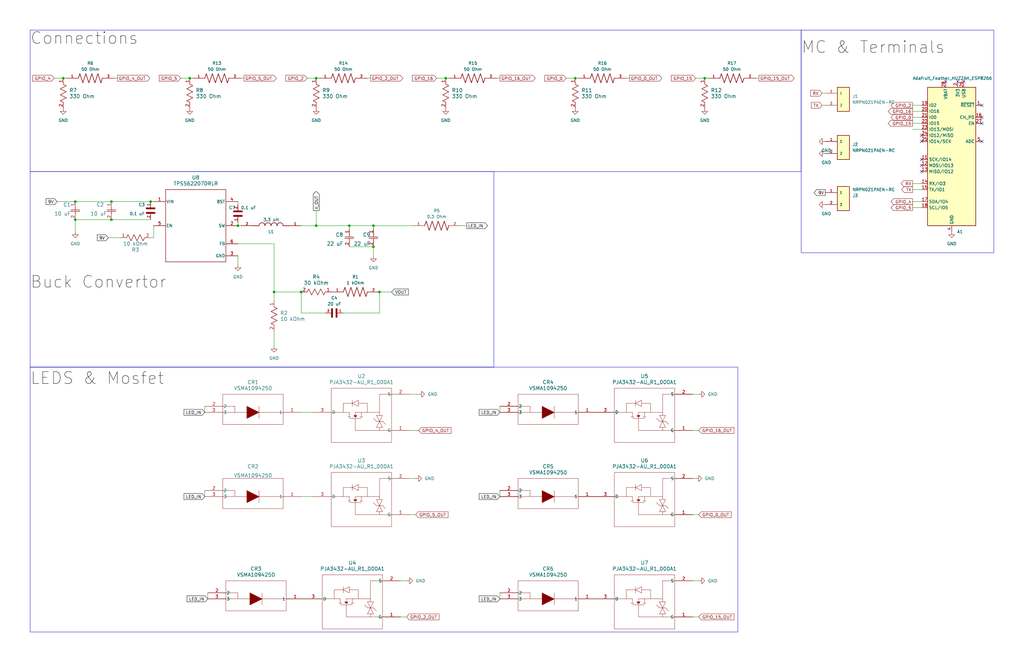
<source format=kicad_sch>
(kicad_sch (version 20230121) (generator eeschema)

  (uuid cdc0d4ea-d09b-4651-aa58-8664bd3ee9ef)

  (paper "USLedger")

  (lib_symbols
    (symbol "2023-11-13_16-25-17:CR0603-JW-331ELF" (pin_names (offset 0.254)) (in_bom yes) (on_board yes)
      (property "Reference" "R" (at 5.715 3.81 0)
        (effects (font (size 1.524 1.524)))
      )
      (property "Value" "CR0603-JW-331ELF" (at 6.35 -3.81 0)
        (effects (font (size 1.524 1.524)))
      )
      (property "Footprint" "BO_CR0603" (at 0 0 0)
        (effects (font (size 1.27 1.27) italic) hide)
      )
      (property "Datasheet" "CR0603-JW-331ELF" (at 0 0 0)
        (effects (font (size 1.27 1.27) italic) hide)
      )
      (property "ki_locked" "" (at 0 0 0)
        (effects (font (size 1.27 1.27)))
      )
      (property "ki_keywords" "CR0603-JW-331ELF" (at 0 0 0)
        (effects (font (size 1.27 1.27)) hide)
      )
      (property "ki_fp_filters" "BO_CR0603 BO_CR0603-M BO_CR0603-L" (at 0 0 0)
        (effects (font (size 1.27 1.27)) hide)
      )
      (symbol "CR0603-JW-331ELF_1_1"
        (polyline
          (pts
            (xy 2.54 0)
            (xy 3.175 1.27)
          )
          (stroke (width 0.2032) (type default))
          (fill (type none))
        )
        (polyline
          (pts
            (xy 3.175 1.27)
            (xy 4.445 -1.27)
          )
          (stroke (width 0.2032) (type default))
          (fill (type none))
        )
        (polyline
          (pts
            (xy 4.445 -1.27)
            (xy 5.715 1.27)
          )
          (stroke (width 0.2032) (type default))
          (fill (type none))
        )
        (polyline
          (pts
            (xy 5.715 1.27)
            (xy 6.985 -1.27)
          )
          (stroke (width 0.2032) (type default))
          (fill (type none))
        )
        (polyline
          (pts
            (xy 6.985 -1.27)
            (xy 8.255 1.27)
          )
          (stroke (width 0.2032) (type default))
          (fill (type none))
        )
        (polyline
          (pts
            (xy 8.255 1.27)
            (xy 9.525 -1.27)
          )
          (stroke (width 0.2032) (type default))
          (fill (type none))
        )
        (polyline
          (pts
            (xy 9.525 -1.27)
            (xy 10.16 0)
          )
          (stroke (width 0.2032) (type default))
          (fill (type none))
        )
        (pin unspecified line (at 0 0 0) (length 2.54)
          (name "" (effects (font (size 1.27 1.27))))
          (number "1" (effects (font (size 1.27 1.27))))
        )
        (pin unspecified line (at 12.7 0 180) (length 2.54)
          (name "" (effects (font (size 1.27 1.27))))
          (number "2" (effects (font (size 1.27 1.27))))
        )
      )
      (symbol "CR0603-JW-331ELF_1_2"
        (polyline
          (pts
            (xy -1.27 3.175)
            (xy 1.27 4.445)
          )
          (stroke (width 0.2032) (type default))
          (fill (type none))
        )
        (polyline
          (pts
            (xy -1.27 5.715)
            (xy 1.27 6.985)
          )
          (stroke (width 0.2032) (type default))
          (fill (type none))
        )
        (polyline
          (pts
            (xy -1.27 8.255)
            (xy 1.27 9.525)
          )
          (stroke (width 0.2032) (type default))
          (fill (type none))
        )
        (polyline
          (pts
            (xy 0 2.54)
            (xy -1.27 3.175)
          )
          (stroke (width 0.2032) (type default))
          (fill (type none))
        )
        (polyline
          (pts
            (xy 1.27 4.445)
            (xy -1.27 5.715)
          )
          (stroke (width 0.2032) (type default))
          (fill (type none))
        )
        (polyline
          (pts
            (xy 1.27 6.985)
            (xy -1.27 8.255)
          )
          (stroke (width 0.2032) (type default))
          (fill (type none))
        )
        (polyline
          (pts
            (xy 1.27 9.525)
            (xy 0 10.16)
          )
          (stroke (width 0.2032) (type default))
          (fill (type none))
        )
        (pin unspecified line (at 0 12.7 270) (length 2.54)
          (name "" (effects (font (size 1.27 1.27))))
          (number "1" (effects (font (size 1.27 1.27))))
        )
        (pin unspecified line (at 0 0 90) (length 2.54)
          (name "" (effects (font (size 1.27 1.27))))
          (number "2" (effects (font (size 1.27 1.27))))
        )
      )
    )
    (symbol "2024-01-14_00-56-34:TPS562207DRLR" (pin_names (offset 0.254)) (in_bom yes) (on_board yes)
      (property "Reference" "U" (at 0 2.54 0)
        (effects (font (size 1.524 1.524)))
      )
      (property "Value" "TPS562207DRLR" (at 0 0 0)
        (effects (font (size 1.524 1.524)))
      )
      (property "Footprint" "DRL0006A" (at 0 0 0)
        (effects (font (size 1.27 1.27) italic) hide)
      )
      (property "Datasheet" "TPS562207DRLR" (at 0 0 0)
        (effects (font (size 1.27 1.27) italic) hide)
      )
      (property "ki_locked" "" (at 0 0 0)
        (effects (font (size 1.27 1.27)))
      )
      (property "ki_keywords" "TPS562207DRLR" (at 0 0 0)
        (effects (font (size 1.27 1.27)) hide)
      )
      (property "ki_fp_filters" "DRL0006A" (at 0 0 0)
        (effects (font (size 1.27 1.27)) hide)
      )
      (symbol "TPS562207DRLR_0_1"
        (polyline
          (pts
            (xy -12.7 -15.24)
            (xy 12.7 -15.24)
          )
          (stroke (width 0.2032) (type default))
          (fill (type none))
        )
        (polyline
          (pts
            (xy -12.7 15.24)
            (xy -12.7 -15.24)
          )
          (stroke (width 0.2032) (type default))
          (fill (type none))
        )
        (polyline
          (pts
            (xy 12.7 -15.24)
            (xy 12.7 15.24)
          )
          (stroke (width 0.2032) (type default))
          (fill (type none))
        )
        (polyline
          (pts
            (xy 12.7 15.24)
            (xy -12.7 15.24)
          )
          (stroke (width 0.2032) (type default))
          (fill (type none))
        )
        (pin power_in line (at -17.78 10.16 0) (length 5.08)
          (name "VIN" (effects (font (size 1.27 1.27))))
          (number "1" (effects (font (size 1.27 1.27))))
        )
        (pin power_in line (at 17.78 0 180) (length 5.08)
          (name "SW" (effects (font (size 1.27 1.27))))
          (number "2" (effects (font (size 1.27 1.27))))
        )
        (pin power_in line (at 17.78 -12.7 180) (length 5.08)
          (name "GND" (effects (font (size 1.27 1.27))))
          (number "3" (effects (font (size 1.27 1.27))))
        )
        (pin unspecified line (at 17.78 10.16 180) (length 5.08)
          (name "BST" (effects (font (size 1.27 1.27))))
          (number "4" (effects (font (size 1.27 1.27))))
        )
        (pin input line (at -17.78 0 0) (length 5.08)
          (name "EN" (effects (font (size 1.27 1.27))))
          (number "5" (effects (font (size 1.27 1.27))))
        )
        (pin input line (at 17.78 -7.62 180) (length 5.08)
          (name "FB" (effects (font (size 1.27 1.27))))
          (number "6" (effects (font (size 1.27 1.27))))
        )
      )
    )
    (symbol "2024-01-14_00-56-59:RC0402FR-0710KL" (pin_names (offset 0.254)) (in_bom yes) (on_board yes)
      (property "Reference" "R" (at 5.715 3.81 0)
        (effects (font (size 1.524 1.524)))
      )
      (property "Value" "RC0402FR-0710KL" (at 6.35 -3.81 0)
        (effects (font (size 1.524 1.524)))
      )
      (property "Footprint" "RC0402N_YAG" (at 0 0 0)
        (effects (font (size 1.27 1.27) italic) hide)
      )
      (property "Datasheet" "RC0402FR-0710KL" (at 0 0 0)
        (effects (font (size 1.27 1.27) italic) hide)
      )
      (property "ki_locked" "" (at 0 0 0)
        (effects (font (size 1.27 1.27)))
      )
      (property "ki_keywords" "RC0402FR-0710KL" (at 0 0 0)
        (effects (font (size 1.27 1.27)) hide)
      )
      (property "ki_fp_filters" "RC0402N_YAG RC0402N_YAG-M RC0402N_YAG-L" (at 0 0 0)
        (effects (font (size 1.27 1.27)) hide)
      )
      (symbol "RC0402FR-0710KL_1_1"
        (polyline
          (pts
            (xy 2.54 0)
            (xy 3.175 1.27)
          )
          (stroke (width 0.2032) (type default))
          (fill (type none))
        )
        (polyline
          (pts
            (xy 3.175 1.27)
            (xy 4.445 -1.27)
          )
          (stroke (width 0.2032) (type default))
          (fill (type none))
        )
        (polyline
          (pts
            (xy 4.445 -1.27)
            (xy 5.715 1.27)
          )
          (stroke (width 0.2032) (type default))
          (fill (type none))
        )
        (polyline
          (pts
            (xy 5.715 1.27)
            (xy 6.985 -1.27)
          )
          (stroke (width 0.2032) (type default))
          (fill (type none))
        )
        (polyline
          (pts
            (xy 6.985 -1.27)
            (xy 8.255 1.27)
          )
          (stroke (width 0.2032) (type default))
          (fill (type none))
        )
        (polyline
          (pts
            (xy 8.255 1.27)
            (xy 9.525 -1.27)
          )
          (stroke (width 0.2032) (type default))
          (fill (type none))
        )
        (polyline
          (pts
            (xy 9.525 -1.27)
            (xy 10.16 0)
          )
          (stroke (width 0.2032) (type default))
          (fill (type none))
        )
        (pin unspecified line (at 12.7 0 180) (length 2.54)
          (name "" (effects (font (size 1.27 1.27))))
          (number "1" (effects (font (size 1.27 1.27))))
        )
        (pin unspecified line (at 0 0 0) (length 2.54)
          (name "" (effects (font (size 1.27 1.27))))
          (number "2" (effects (font (size 1.27 1.27))))
        )
      )
      (symbol "RC0402FR-0710KL_1_2"
        (polyline
          (pts
            (xy -1.27 3.175)
            (xy 1.27 4.445)
          )
          (stroke (width 0.2032) (type default))
          (fill (type none))
        )
        (polyline
          (pts
            (xy -1.27 5.715)
            (xy 1.27 6.985)
          )
          (stroke (width 0.2032) (type default))
          (fill (type none))
        )
        (polyline
          (pts
            (xy -1.27 8.255)
            (xy 1.27 9.525)
          )
          (stroke (width 0.2032) (type default))
          (fill (type none))
        )
        (polyline
          (pts
            (xy 0 2.54)
            (xy -1.27 3.175)
          )
          (stroke (width 0.2032) (type default))
          (fill (type none))
        )
        (polyline
          (pts
            (xy 1.27 4.445)
            (xy -1.27 5.715)
          )
          (stroke (width 0.2032) (type default))
          (fill (type none))
        )
        (polyline
          (pts
            (xy 1.27 6.985)
            (xy -1.27 8.255)
          )
          (stroke (width 0.2032) (type default))
          (fill (type none))
        )
        (polyline
          (pts
            (xy 1.27 9.525)
            (xy 0 10.16)
          )
          (stroke (width 0.2032) (type default))
          (fill (type none))
        )
        (pin unspecified line (at 0 12.7 270) (length 2.54)
          (name "" (effects (font (size 1.27 1.27))))
          (number "1" (effects (font (size 1.27 1.27))))
        )
        (pin unspecified line (at 0 0 90) (length 2.54)
          (name "" (effects (font (size 1.27 1.27))))
          (number "2" (effects (font (size 1.27 1.27))))
        )
      )
    )
    (symbol "2024-01-14_00-57-19:RC0402FR-0730KL" (pin_names (offset 0.254)) (in_bom yes) (on_board yes)
      (property "Reference" "R" (at 5.715 3.81 0)
        (effects (font (size 1.524 1.524)))
      )
      (property "Value" "RC0402FR-0730KL" (at 6.35 -3.81 0)
        (effects (font (size 1.524 1.524)))
      )
      (property "Footprint" "RC0402N_YAG" (at 0 0 0)
        (effects (font (size 1.27 1.27) italic) hide)
      )
      (property "Datasheet" "RC0402FR-0730KL" (at 0 0 0)
        (effects (font (size 1.27 1.27) italic) hide)
      )
      (property "ki_locked" "" (at 0 0 0)
        (effects (font (size 1.27 1.27)))
      )
      (property "ki_keywords" "RC0402FR-0730KL" (at 0 0 0)
        (effects (font (size 1.27 1.27)) hide)
      )
      (property "ki_fp_filters" "RC0402N_YAG RC0402N_YAG-M RC0402N_YAG-L" (at 0 0 0)
        (effects (font (size 1.27 1.27)) hide)
      )
      (symbol "RC0402FR-0730KL_1_1"
        (polyline
          (pts
            (xy 2.54 0)
            (xy 3.175 1.27)
          )
          (stroke (width 0.2032) (type default))
          (fill (type none))
        )
        (polyline
          (pts
            (xy 3.175 1.27)
            (xy 4.445 -1.27)
          )
          (stroke (width 0.2032) (type default))
          (fill (type none))
        )
        (polyline
          (pts
            (xy 4.445 -1.27)
            (xy 5.715 1.27)
          )
          (stroke (width 0.2032) (type default))
          (fill (type none))
        )
        (polyline
          (pts
            (xy 5.715 1.27)
            (xy 6.985 -1.27)
          )
          (stroke (width 0.2032) (type default))
          (fill (type none))
        )
        (polyline
          (pts
            (xy 6.985 -1.27)
            (xy 8.255 1.27)
          )
          (stroke (width 0.2032) (type default))
          (fill (type none))
        )
        (polyline
          (pts
            (xy 8.255 1.27)
            (xy 9.525 -1.27)
          )
          (stroke (width 0.2032) (type default))
          (fill (type none))
        )
        (polyline
          (pts
            (xy 9.525 -1.27)
            (xy 10.16 0)
          )
          (stroke (width 0.2032) (type default))
          (fill (type none))
        )
        (pin unspecified line (at 12.7 0 180) (length 2.54)
          (name "" (effects (font (size 1.27 1.27))))
          (number "1" (effects (font (size 1.27 1.27))))
        )
        (pin unspecified line (at 0 0 0) (length 2.54)
          (name "" (effects (font (size 1.27 1.27))))
          (number "2" (effects (font (size 1.27 1.27))))
        )
      )
      (symbol "RC0402FR-0730KL_1_2"
        (polyline
          (pts
            (xy -1.27 3.175)
            (xy 1.27 4.445)
          )
          (stroke (width 0.2032) (type default))
          (fill (type none))
        )
        (polyline
          (pts
            (xy -1.27 5.715)
            (xy 1.27 6.985)
          )
          (stroke (width 0.2032) (type default))
          (fill (type none))
        )
        (polyline
          (pts
            (xy -1.27 8.255)
            (xy 1.27 9.525)
          )
          (stroke (width 0.2032) (type default))
          (fill (type none))
        )
        (polyline
          (pts
            (xy 0 2.54)
            (xy -1.27 3.175)
          )
          (stroke (width 0.2032) (type default))
          (fill (type none))
        )
        (polyline
          (pts
            (xy 1.27 4.445)
            (xy -1.27 5.715)
          )
          (stroke (width 0.2032) (type default))
          (fill (type none))
        )
        (polyline
          (pts
            (xy 1.27 6.985)
            (xy -1.27 8.255)
          )
          (stroke (width 0.2032) (type default))
          (fill (type none))
        )
        (polyline
          (pts
            (xy 1.27 9.525)
            (xy 0 10.16)
          )
          (stroke (width 0.2032) (type default))
          (fill (type none))
        )
        (pin unspecified line (at 0 12.7 270) (length 2.54)
          (name "" (effects (font (size 1.27 1.27))))
          (number "1" (effects (font (size 1.27 1.27))))
        )
        (pin unspecified line (at 0 0 90) (length 2.54)
          (name "" (effects (font (size 1.27 1.27))))
          (number "2" (effects (font (size 1.27 1.27))))
        )
      )
    )
    (symbol "2024-01-14_01-11-08:CL21A106KOQNNNE" (pin_names (offset 0.254)) (in_bom yes) (on_board yes)
      (property "Reference" "C" (at 3.81 3.81 0)
        (effects (font (size 1.524 1.524)))
      )
      (property "Value" "CL21A106KOQNNNE" (at 3.81 -3.81 0)
        (effects (font (size 1.524 1.524)))
      )
      (property "Footprint" "CAP_CL21_SAM" (at 0 0 0)
        (effects (font (size 1.27 1.27) italic) hide)
      )
      (property "Datasheet" "CL21A106KOQNNNE" (at 0 0 0)
        (effects (font (size 1.27 1.27) italic) hide)
      )
      (property "ki_locked" "" (at 0 0 0)
        (effects (font (size 1.27 1.27)))
      )
      (property "ki_keywords" "CL21A106KOQNNNE" (at 0 0 0)
        (effects (font (size 1.27 1.27)) hide)
      )
      (property "ki_fp_filters" "CAP_CL21_SAM CAP_CL21_SAM-M CAP_CL21_SAM-L" (at 0 0 0)
        (effects (font (size 1.27 1.27)) hide)
      )
      (symbol "CL21A106KOQNNNE_1_1"
        (polyline
          (pts
            (xy 2.54 0)
            (xy 3.4798 0)
          )
          (stroke (width 0.2032) (type default))
          (fill (type none))
        )
        (polyline
          (pts
            (xy 3.4798 -1.905)
            (xy 3.4798 1.905)
          )
          (stroke (width 0.2032) (type default))
          (fill (type none))
        )
        (polyline
          (pts
            (xy 4.1148 -1.905)
            (xy 4.1148 1.905)
          )
          (stroke (width 0.2032) (type default))
          (fill (type none))
        )
        (polyline
          (pts
            (xy 4.1148 0)
            (xy 5.08 0)
          )
          (stroke (width 0.2032) (type default))
          (fill (type none))
        )
        (pin unspecified line (at 0 0 0) (length 2.54)
          (name "" (effects (font (size 1.27 1.27))))
          (number "1" (effects (font (size 1.27 1.27))))
        )
        (pin unspecified line (at 7.62 0 180) (length 2.54)
          (name "" (effects (font (size 1.27 1.27))))
          (number "2" (effects (font (size 1.27 1.27))))
        )
      )
      (symbol "CL21A106KOQNNNE_1_2"
        (polyline
          (pts
            (xy -1.905 -4.1148)
            (xy 1.905 -4.1148)
          )
          (stroke (width 0.2032) (type default))
          (fill (type none))
        )
        (polyline
          (pts
            (xy -1.905 -3.4798)
            (xy 1.905 -3.4798)
          )
          (stroke (width 0.2032) (type default))
          (fill (type none))
        )
        (polyline
          (pts
            (xy 0 -4.1148)
            (xy 0 -5.08)
          )
          (stroke (width 0.2032) (type default))
          (fill (type none))
        )
        (polyline
          (pts
            (xy 0 -2.54)
            (xy 0 -3.4798)
          )
          (stroke (width 0.2032) (type default))
          (fill (type none))
        )
        (pin unspecified line (at 0 0 270) (length 2.54)
          (name "" (effects (font (size 1.27 1.27))))
          (number "1" (effects (font (size 1.27 1.27))))
        )
        (pin unspecified line (at 0 -7.62 90) (length 2.54)
          (name "" (effects (font (size 1.27 1.27))))
          (number "2" (effects (font (size 1.27 1.27))))
        )
      )
    )
    (symbol "2024-01-14_01-11-34:CL10A226MP8NUNE" (pin_names (offset 0.254)) (in_bom yes) (on_board yes)
      (property "Reference" "C" (at 3.81 3.81 0)
        (effects (font (size 1.524 1.524)))
      )
      (property "Value" "CL10A226MP8NUNE" (at 3.81 -3.81 0)
        (effects (font (size 1.524 1.524)))
      )
      (property "Footprint" "CAP_CL10_SAM" (at 0 0 0)
        (effects (font (size 1.27 1.27) italic) hide)
      )
      (property "Datasheet" "CL10A226MP8NUNE" (at 0 0 0)
        (effects (font (size 1.27 1.27) italic) hide)
      )
      (property "ki_locked" "" (at 0 0 0)
        (effects (font (size 1.27 1.27)))
      )
      (property "ki_keywords" "CL10A226MP8NUNE" (at 0 0 0)
        (effects (font (size 1.27 1.27)) hide)
      )
      (property "ki_fp_filters" "CAP_CL10_SAM CAP_CL10_SAM-M CAP_CL10_SAM-L" (at 0 0 0)
        (effects (font (size 1.27 1.27)) hide)
      )
      (symbol "CL10A226MP8NUNE_1_1"
        (polyline
          (pts
            (xy 2.54 0)
            (xy 3.4798 0)
          )
          (stroke (width 0.2032) (type default))
          (fill (type none))
        )
        (polyline
          (pts
            (xy 3.4798 -1.905)
            (xy 3.4798 1.905)
          )
          (stroke (width 0.2032) (type default))
          (fill (type none))
        )
        (polyline
          (pts
            (xy 4.1148 -1.905)
            (xy 4.1148 1.905)
          )
          (stroke (width 0.2032) (type default))
          (fill (type none))
        )
        (polyline
          (pts
            (xy 4.1148 0)
            (xy 5.08 0)
          )
          (stroke (width 0.2032) (type default))
          (fill (type none))
        )
        (pin unspecified line (at 0 0 0) (length 2.54)
          (name "" (effects (font (size 1.27 1.27))))
          (number "1" (effects (font (size 1.27 1.27))))
        )
        (pin unspecified line (at 7.62 0 180) (length 2.54)
          (name "" (effects (font (size 1.27 1.27))))
          (number "2" (effects (font (size 1.27 1.27))))
        )
      )
      (symbol "CL10A226MP8NUNE_1_2"
        (polyline
          (pts
            (xy -1.905 -4.1148)
            (xy 1.905 -4.1148)
          )
          (stroke (width 0.2032) (type default))
          (fill (type none))
        )
        (polyline
          (pts
            (xy -1.905 -3.4798)
            (xy 1.905 -3.4798)
          )
          (stroke (width 0.2032) (type default))
          (fill (type none))
        )
        (polyline
          (pts
            (xy 0 -4.1148)
            (xy 0 -5.08)
          )
          (stroke (width 0.2032) (type default))
          (fill (type none))
        )
        (polyline
          (pts
            (xy 0 -2.54)
            (xy 0 -3.4798)
          )
          (stroke (width 0.2032) (type default))
          (fill (type none))
        )
        (pin unspecified line (at 0 0 270) (length 2.54)
          (name "" (effects (font (size 1.27 1.27))))
          (number "1" (effects (font (size 1.27 1.27))))
        )
        (pin unspecified line (at 0 -7.62 90) (length 2.54)
          (name "" (effects (font (size 1.27 1.27))))
          (number "2" (effects (font (size 1.27 1.27))))
        )
      )
    )
    (symbol "ASPI-4020S-3R3M-T:ASPI-4020S-3R3M-T" (pin_names (offset 1.016)) (in_bom yes) (on_board yes)
      (property "Reference" "L" (at -10.16 5.08 0)
        (effects (font (size 1.27 1.27)) (justify left bottom))
      )
      (property "Value" "ASPI-4020S-3R3M-T" (at -10.16 -5.08 0)
        (effects (font (size 1.27 1.27)) (justify left top))
      )
      (property "Footprint" "ASPI-4020S-3R3M-T:IND_ASPI-4020S-3R3M-T" (at 0 0 0)
        (effects (font (size 1.27 1.27)) (justify bottom) hide)
      )
      (property "Datasheet" "" (at 0 0 0)
        (effects (font (size 1.27 1.27)) hide)
      )
      (property "PARTREV" "03.07.13" (at 0 0 0)
        (effects (font (size 1.27 1.27)) (justify bottom) hide)
      )
      (property "MANUFACTURER" "Abracon" (at 0 0 0)
        (effects (font (size 1.27 1.27)) (justify bottom) hide)
      )
      (property "MAXIMUM_PACKAGE_HEIGHT" "2.0 mm" (at 0 0 0)
        (effects (font (size 1.27 1.27)) (justify bottom) hide)
      )
      (property "STANDARD" "Manufacturer Recommendations" (at 0 0 0)
        (effects (font (size 1.27 1.27)) (justify bottom) hide)
      )
      (symbol "ASPI-4020S-3R3M-T_0_0"
        (arc (start -2.54 0) (mid -3.81 1.2645) (end -5.08 0)
          (stroke (width 0.254) (type default))
          (fill (type none))
        )
        (arc (start 0 0) (mid -1.27 1.2645) (end -2.54 0)
          (stroke (width 0.254) (type default))
          (fill (type none))
        )
        (polyline
          (pts
            (xy -5.08 0)
            (xy -7.62 0)
          )
          (stroke (width 0.254) (type default))
          (fill (type none))
        )
        (polyline
          (pts
            (xy 5.08 0)
            (xy 7.62 0)
          )
          (stroke (width 0.254) (type default))
          (fill (type none))
        )
        (arc (start 2.54 0) (mid 1.27 1.2645) (end 0 0)
          (stroke (width 0.254) (type default))
          (fill (type none))
        )
        (arc (start 5.08 0) (mid 3.81 1.2645) (end 2.54 0)
          (stroke (width 0.254) (type default))
          (fill (type none))
        )
        (pin passive line (at -12.7 0 0) (length 5.08)
          (name "~" (effects (font (size 1.016 1.016))))
          (number "1" (effects (font (size 1.016 1.016))))
        )
        (pin passive line (at 12.7 0 180) (length 5.08)
          (name "~" (effects (font (size 1.016 1.016))))
          (number "2" (effects (font (size 1.016 1.016))))
        )
      )
    )
    (symbol "CL05A104KA5NNNC:CL05A104KA5NNNC" (pin_names (offset 1.016)) (in_bom yes) (on_board yes)
      (property "Reference" "C" (at 0 3.81 0)
        (effects (font (size 1.27 1.27)) (justify left bottom))
      )
      (property "Value" "CL05A104KA5NNNC" (at 0 -5.08 0)
        (effects (font (size 1.27 1.27)) (justify left bottom))
      )
      (property "Footprint" "CL05A104KA5NNNC:CAPC1005X55N" (at 0 0 0)
        (effects (font (size 1.27 1.27)) (justify bottom) hide)
      )
      (property "Datasheet" "" (at 0 0 0)
        (effects (font (size 1.27 1.27)) hide)
      )
      (symbol "CL05A104KA5NNNC_0_0"
        (rectangle (start 0 -1.905) (end 0.635 1.905)
          (stroke (width 0.1) (type default))
          (fill (type outline))
        )
        (rectangle (start 1.905 -1.905) (end 2.54 1.905)
          (stroke (width 0.1) (type default))
          (fill (type outline))
        )
        (pin passive line (at 5.08 0 180) (length 2.54)
          (name "~" (effects (font (size 1.016 1.016))))
          (number "1" (effects (font (size 1.016 1.016))))
        )
        (pin passive line (at -2.54 0 0) (length 2.54)
          (name "~" (effects (font (size 1.016 1.016))))
          (number "2" (effects (font (size 1.016 1.016))))
        )
      )
    )
    (symbol "CRCW060350R0FKEA:CRCW060350R0FKEA" (pin_names (offset 1.016)) (in_bom yes) (on_board yes)
      (property "Reference" "R" (at -5.08 2.54 0)
        (effects (font (size 1.27 1.27)) (justify left bottom))
      )
      (property "Value" "CRCW060350R0FKEA" (at -5.08 -3.81 0)
        (effects (font (size 1.27 1.27)) (justify left bottom))
      )
      (property "Footprint" "CRCW060350R0FKEA:RESC1508X50N" (at 0 0 0)
        (effects (font (size 1.27 1.27)) (justify bottom) hide)
      )
      (property "Datasheet" "" (at 0 0 0)
        (effects (font (size 1.27 1.27)) hide)
      )
      (property "MF" "Vishay Dale" (at 0 0 0)
        (effects (font (size 1.27 1.27)) (justify bottom) hide)
      )
      (property "DESCRIPTION" "50 Ohms ±1% 0.1W, 1/10W Chip Resistor 0603 (1608 Metric) Automotive AEC-Q200 Thick Film" (at 0 0 0)
        (effects (font (size 1.27 1.27)) (justify bottom) hide)
      )
      (property "PACKAGE" "1508 Vishay" (at 0 0 0)
        (effects (font (size 1.27 1.27)) (justify bottom) hide)
      )
      (property "PRICE" "None" (at 0 0 0)
        (effects (font (size 1.27 1.27)) (justify bottom) hide)
      )
      (property "MP" "CRCW060350R0FKEA" (at 0 0 0)
        (effects (font (size 1.27 1.27)) (justify bottom) hide)
      )
      (property "AVAILABILITY" "In Stock" (at 0 0 0)
        (effects (font (size 1.27 1.27)) (justify bottom) hide)
      )
      (property "PURCHASE-URL" "https://pricing.snapeda.com/search/part/CRCW060350R0FKEA/?ref=eda" (at 0 0 0)
        (effects (font (size 1.27 1.27)) (justify bottom) hide)
      )
      (symbol "CRCW060350R0FKEA_0_0"
        (polyline
          (pts
            (xy -5.08 0)
            (xy -4.445 1.905)
          )
          (stroke (width 0.254) (type default))
          (fill (type none))
        )
        (polyline
          (pts
            (xy -4.445 1.905)
            (xy -3.175 -1.905)
          )
          (stroke (width 0.254) (type default))
          (fill (type none))
        )
        (polyline
          (pts
            (xy -3.175 -1.905)
            (xy -1.905 1.905)
          )
          (stroke (width 0.254) (type default))
          (fill (type none))
        )
        (polyline
          (pts
            (xy -1.905 1.905)
            (xy -0.635 -1.905)
          )
          (stroke (width 0.254) (type default))
          (fill (type none))
        )
        (polyline
          (pts
            (xy -0.635 -1.905)
            (xy 0.635 1.905)
          )
          (stroke (width 0.254) (type default))
          (fill (type none))
        )
        (polyline
          (pts
            (xy 0.635 1.905)
            (xy 1.905 -1.905)
          )
          (stroke (width 0.254) (type default))
          (fill (type none))
        )
        (polyline
          (pts
            (xy 1.905 -1.905)
            (xy 3.175 1.905)
          )
          (stroke (width 0.254) (type default))
          (fill (type none))
        )
        (polyline
          (pts
            (xy 3.175 1.905)
            (xy 4.445 -1.905)
          )
          (stroke (width 0.254) (type default))
          (fill (type none))
        )
        (polyline
          (pts
            (xy 4.445 -1.905)
            (xy 5.08 0)
          )
          (stroke (width 0.254) (type default))
          (fill (type none))
        )
        (pin passive line (at -10.16 0 0) (length 5.08)
          (name "~" (effects (font (size 1.016 1.016))))
          (number "1" (effects (font (size 1.016 1.016))))
        )
        (pin passive line (at 10.16 0 180) (length 5.08)
          (name "~" (effects (font (size 1.016 1.016))))
          (number "2" (effects (font (size 1.016 1.016))))
        )
      )
    )
    (symbol "ERJ6DQJR30V:ERJ6DQJR30V" (pin_names (offset 1.016)) (in_bom yes) (on_board yes)
      (property "Reference" "R" (at -7.624 2.541 0)
        (effects (font (size 1.27 1.27)) (justify left bottom))
      )
      (property "Value" "ERJ6DQJR30V" (at -7.624 -5.087 0)
        (effects (font (size 1.27 1.27)) (justify left top))
      )
      (property "Footprint" "ERJ6DQJR30V:RES_ERJ6DQJR30V" (at 0 0 0)
        (effects (font (size 1.27 1.27)) (justify bottom) hide)
      )
      (property "Datasheet" "" (at 0 0 0)
        (effects (font (size 1.27 1.27)) hide)
      )
      (property "PARTREV" "3/1/2020" (at 0 0 0)
        (effects (font (size 1.27 1.27)) (justify bottom) hide)
      )
      (property "STANDARD" "Manufacturer Recommendations" (at 0 0 0)
        (effects (font (size 1.27 1.27)) (justify bottom) hide)
      )
      (property "MAXIMUM_PACKAGE_HEIGHT" "0.6 mm" (at 0 0 0)
        (effects (font (size 1.27 1.27)) (justify bottom) hide)
      )
      (property "MANUFACTURER" "Panasonic" (at 0 0 0)
        (effects (font (size 1.27 1.27)) (justify bottom) hide)
      )
      (symbol "ERJ6DQJR30V_0_0"
        (polyline
          (pts
            (xy -5.08 0)
            (xy -4.445 1.905)
          )
          (stroke (width 0.254) (type default))
          (fill (type none))
        )
        (polyline
          (pts
            (xy -4.445 1.905)
            (xy -3.175 -1.905)
          )
          (stroke (width 0.254) (type default))
          (fill (type none))
        )
        (polyline
          (pts
            (xy -3.175 -1.905)
            (xy -1.905 1.905)
          )
          (stroke (width 0.254) (type default))
          (fill (type none))
        )
        (polyline
          (pts
            (xy -1.905 1.905)
            (xy -0.635 -1.905)
          )
          (stroke (width 0.254) (type default))
          (fill (type none))
        )
        (polyline
          (pts
            (xy -0.635 -1.905)
            (xy 0.635 1.905)
          )
          (stroke (width 0.254) (type default))
          (fill (type none))
        )
        (polyline
          (pts
            (xy 0.635 1.905)
            (xy 1.905 -1.905)
          )
          (stroke (width 0.254) (type default))
          (fill (type none))
        )
        (polyline
          (pts
            (xy 1.905 -1.905)
            (xy 3.175 1.905)
          )
          (stroke (width 0.254) (type default))
          (fill (type none))
        )
        (polyline
          (pts
            (xy 3.175 1.905)
            (xy 4.445 -1.905)
          )
          (stroke (width 0.254) (type default))
          (fill (type none))
        )
        (polyline
          (pts
            (xy 4.445 -1.905)
            (xy 5.08 0)
          )
          (stroke (width 0.254) (type default))
          (fill (type none))
        )
        (pin passive line (at -10.16 0 0) (length 5.08)
          (name "~" (effects (font (size 1.016 1.016))))
          (number "1" (effects (font (size 1.016 1.016))))
        )
        (pin passive line (at 10.16 0 180) (length 5.08)
          (name "~" (effects (font (size 1.016 1.016))))
          (number "2" (effects (font (size 1.016 1.016))))
        )
      )
    )
    (symbol "GRMJN7R61C206ME05D:GRMJN7R61C206ME05D" (pin_names (offset 1.016)) (in_bom yes) (on_board yes)
      (property "Reference" "C" (at 0 3.8109 0)
        (effects (font (size 1.27 1.27)) (justify left bottom))
      )
      (property "Value" "GRMJN7R61C206ME05D" (at 0 -5.0885 0)
        (effects (font (size 1.27 1.27)) (justify left bottom))
      )
      (property "Footprint" "GRMJN7R61C206ME05D:CAPC1810X80N" (at 0 0 0)
        (effects (font (size 1.27 1.27)) (justify bottom) hide)
      )
      (property "Datasheet" "" (at 0 0 0)
        (effects (font (size 1.27 1.27)) hide)
      )
      (symbol "GRMJN7R61C206ME05D_0_0"
        (rectangle (start 0 -1.9069) (end 0.635 1.905)
          (stroke (width 0.1) (type default))
          (fill (type outline))
        )
        (rectangle (start 1.9069 -1.9069) (end 2.54 1.905)
          (stroke (width 0.1) (type default))
          (fill (type outline))
        )
        (pin passive line (at -2.54 0 0) (length 2.54)
          (name "~" (effects (font (size 1.016 1.016))))
          (number "1" (effects (font (size 1.016 1.016))))
        )
        (pin passive line (at 5.08 0 180) (length 2.54)
          (name "~" (effects (font (size 1.016 1.016))))
          (number "2" (effects (font (size 1.016 1.016))))
        )
      )
    )
    (symbol "LED_IR_900_1A:VSMA1094250" (pin_names (offset 0.254)) (in_bom yes) (on_board yes)
      (property "Reference" "CR" (at 20.32 10.16 0)
        (effects (font (size 1.524 1.524)))
      )
      (property "Value" "VSMA1094250" (at 20.32 7.62 0)
        (effects (font (size 1.524 1.524)))
      )
      (property "Footprint" "DIODE_VSMA1094250_VIS" (at 0 0 0)
        (effects (font (size 1.27 1.27) italic) hide)
      )
      (property "Datasheet" "VSMA1094250" (at 0 0 0)
        (effects (font (size 1.27 1.27) italic) hide)
      )
      (property "ki_locked" "" (at 0 0 0)
        (effects (font (size 1.27 1.27)))
      )
      (property "ki_keywords" "VSMA1094250" (at 0 0 0)
        (effects (font (size 1.27 1.27)) hide)
      )
      (property "ki_fp_filters" "DIODE_VSMA1094250_VIS" (at 0 0 0)
        (effects (font (size 1.27 1.27)) hide)
      )
      (symbol "VSMA1094250_0_1"
        (polyline
          (pts
            (xy 7.62 -7.62)
            (xy 33.02 -7.62)
          )
          (stroke (width 0.127) (type default))
          (fill (type none))
        )
        (polyline
          (pts
            (xy 7.62 0)
            (xy 33.02 0)
          )
          (stroke (width 0.127) (type default))
          (fill (type none))
        )
        (polyline
          (pts
            (xy 7.62 5.08)
            (xy 7.62 -7.62)
          )
          (stroke (width 0.127) (type default))
          (fill (type none))
        )
        (polyline
          (pts
            (xy 17.78 0)
            (xy 22.86 2.54)
          )
          (stroke (width 0.127) (type default))
          (fill (type none))
        )
        (polyline
          (pts
            (xy 17.78 2.54)
            (xy 17.78 -2.54)
          )
          (stroke (width 0.127) (type default))
          (fill (type none))
        )
        (polyline
          (pts
            (xy 22.86 -2.54)
            (xy 17.78 0)
          )
          (stroke (width 0.127) (type default))
          (fill (type none))
        )
        (polyline
          (pts
            (xy 22.86 2.54)
            (xy 22.86 -2.54)
          )
          (stroke (width 0.127) (type default))
          (fill (type none))
        )
        (polyline
          (pts
            (xy 27.94 -2.54)
            (xy 27.94 0)
          )
          (stroke (width 0.127) (type default))
          (fill (type none))
        )
        (polyline
          (pts
            (xy 33.02 -7.62)
            (xy 33.02 5.08)
          )
          (stroke (width 0.127) (type default))
          (fill (type none))
        )
        (polyline
          (pts
            (xy 33.02 -2.54)
            (xy 27.94 -2.54)
          )
          (stroke (width 0.127) (type default))
          (fill (type none))
        )
        (polyline
          (pts
            (xy 33.02 5.08)
            (xy 7.62 5.08)
          )
          (stroke (width 0.127) (type default))
          (fill (type none))
        )
        (polyline
          (pts
            (xy 17.78 0)
            (xy 22.86 2.54)
            (xy 22.86 -2.54)
          )
          (stroke (width 0) (type default))
          (fill (type outline))
        )
        (pin unspecified line (at 0 0 0) (length 7.62)
          (name "1" (effects (font (size 1.27 1.27))))
          (number "1" (effects (font (size 1.27 1.27))))
        )
        (pin unspecified line (at 40.64 -2.54 180) (length 7.62)
          (name "2" (effects (font (size 1.27 1.27))))
          (number "2" (effects (font (size 1.27 1.27))))
        )
        (pin unspecified line (at 40.64 0 180) (length 7.62)
          (name "3" (effects (font (size 1.27 1.27))))
          (number "3" (effects (font (size 1.27 1.27))))
        )
      )
    )
    (symbol "MCU_Module:Adafruit_Feather_HUZZAH_ESP8266" (in_bom yes) (on_board yes)
      (property "Reference" "A" (at -10.16 29.21 0)
        (effects (font (size 1.27 1.27)) (justify left))
      )
      (property "Value" "Adafruit_Feather_HUZZAH_ESP8266" (at 2.54 -31.75 0)
        (effects (font (size 1.27 1.27)) (justify left))
      )
      (property "Footprint" "Module:Adafruit_Feather" (at 2.54 -34.29 0)
        (effects (font (size 1.27 1.27)) (justify left) hide)
      )
      (property "Datasheet" "https://cdn-learn.adafruit.com/downloads/pdf/adafruit-feather-huzzah-esp8266.pdf" (at 0 -30.48 0)
        (effects (font (size 1.27 1.27)) hide)
      )
      (property "ki_keywords" "Adafruit feather microcontroller module USB" (at 0 0 0)
        (effects (font (size 1.27 1.27)) hide)
      )
      (property "ki_description" "Microcontroller module with ESP8266 MCU" (at 0 0 0)
        (effects (font (size 1.27 1.27)) hide)
      )
      (property "ki_fp_filters" "Adafruit*Feather*" (at 0 0 0)
        (effects (font (size 1.27 1.27)) hide)
      )
      (symbol "Adafruit_Feather_HUZZAH_ESP8266_0_1"
        (rectangle (start -10.16 27.94) (end 10.16 -30.48)
          (stroke (width 0.254) (type default))
          (fill (type background))
        )
      )
      (symbol "Adafruit_Feather_HUZZAH_ESP8266_1_1"
        (pin input line (at 12.7 20.32 180) (length 2.54)
          (name "~{RESET}" (effects (font (size 1.27 1.27))))
          (number "1" (effects (font (size 1.27 1.27))))
        )
        (pin no_connect line (at 10.16 -7.62 180) (length 2.54) hide
          (name "NC" (effects (font (size 1.27 1.27))))
          (number "10" (effects (font (size 1.27 1.27))))
        )
        (pin bidirectional line (at -12.7 -2.54 0) (length 2.54)
          (name "SCK/IO14" (effects (font (size 1.27 1.27))))
          (number "11" (effects (font (size 1.27 1.27))))
        )
        (pin bidirectional line (at -12.7 -5.08 0) (length 2.54)
          (name "MOSI/IO13" (effects (font (size 1.27 1.27))))
          (number "12" (effects (font (size 1.27 1.27))))
        )
        (pin bidirectional line (at -12.7 -7.62 0) (length 2.54)
          (name "MISO/IO12" (effects (font (size 1.27 1.27))))
          (number "13" (effects (font (size 1.27 1.27))))
        )
        (pin bidirectional line (at -12.7 -12.7 0) (length 2.54)
          (name "RX/IO3" (effects (font (size 1.27 1.27))))
          (number "14" (effects (font (size 1.27 1.27))))
        )
        (pin bidirectional line (at -12.7 -15.24 0) (length 2.54)
          (name "TX/IO1" (effects (font (size 1.27 1.27))))
          (number "15" (effects (font (size 1.27 1.27))))
        )
        (pin bidirectional line (at 12.7 15.24 180) (length 2.54)
          (name "CH_PD" (effects (font (size 1.27 1.27))))
          (number "16" (effects (font (size 1.27 1.27))))
        )
        (pin bidirectional line (at -12.7 -20.32 0) (length 2.54)
          (name "SDA/IO4" (effects (font (size 1.27 1.27))))
          (number "17" (effects (font (size 1.27 1.27))))
        )
        (pin bidirectional line (at -12.7 -22.86 0) (length 2.54)
          (name "SCL/IO5" (effects (font (size 1.27 1.27))))
          (number "18" (effects (font (size 1.27 1.27))))
        )
        (pin bidirectional line (at -12.7 20.32 0) (length 2.54)
          (name "IO2" (effects (font (size 1.27 1.27))))
          (number "19" (effects (font (size 1.27 1.27))))
        )
        (pin power_in line (at 2.54 30.48 270) (length 2.54)
          (name "3V3" (effects (font (size 1.27 1.27))))
          (number "2" (effects (font (size 1.27 1.27))))
        )
        (pin bidirectional line (at -12.7 17.78 0) (length 2.54)
          (name "IO16" (effects (font (size 1.27 1.27))))
          (number "20" (effects (font (size 1.27 1.27))))
        )
        (pin bidirectional line (at -12.7 15.24 0) (length 2.54)
          (name "IO0" (effects (font (size 1.27 1.27))))
          (number "21" (effects (font (size 1.27 1.27))))
        )
        (pin bidirectional line (at -12.7 12.7 0) (length 2.54)
          (name "IO15" (effects (font (size 1.27 1.27))))
          (number "22" (effects (font (size 1.27 1.27))))
        )
        (pin bidirectional line (at -12.7 10.16 0) (length 2.54)
          (name "IO13/MOSI" (effects (font (size 1.27 1.27))))
          (number "23" (effects (font (size 1.27 1.27))))
        )
        (pin bidirectional line (at -12.7 7.62 0) (length 2.54)
          (name "IO12/MISO" (effects (font (size 1.27 1.27))))
          (number "24" (effects (font (size 1.27 1.27))))
        )
        (pin bidirectional line (at -12.7 5.08 0) (length 2.54)
          (name "IO14/SCK" (effects (font (size 1.27 1.27))))
          (number "25" (effects (font (size 1.27 1.27))))
        )
        (pin power_in line (at 5.08 30.48 270) (length 2.54)
          (name "USB" (effects (font (size 1.27 1.27))))
          (number "26" (effects (font (size 1.27 1.27))))
        )
        (pin input line (at 12.7 12.7 180) (length 2.54)
          (name "EN" (effects (font (size 1.27 1.27))))
          (number "27" (effects (font (size 1.27 1.27))))
        )
        (pin power_in line (at -2.54 30.48 270) (length 2.54)
          (name "VBAT" (effects (font (size 1.27 1.27))))
          (number "28" (effects (font (size 1.27 1.27))))
        )
        (pin no_connect line (at 10.16 10.16 180) (length 2.54) hide
          (name "NC" (effects (font (size 1.27 1.27))))
          (number "3" (effects (font (size 1.27 1.27))))
        )
        (pin power_in line (at 0 -33.02 90) (length 2.54)
          (name "GND" (effects (font (size 1.27 1.27))))
          (number "4" (effects (font (size 1.27 1.27))))
        )
        (pin bidirectional line (at 12.7 5.08 180) (length 2.54)
          (name "ADC" (effects (font (size 1.27 1.27))))
          (number "5" (effects (font (size 1.27 1.27))))
        )
        (pin no_connect line (at 10.16 2.54 180) (length 2.54) hide
          (name "NC" (effects (font (size 1.27 1.27))))
          (number "6" (effects (font (size 1.27 1.27))))
        )
        (pin no_connect line (at 10.16 0 180) (length 2.54) hide
          (name "NC" (effects (font (size 1.27 1.27))))
          (number "7" (effects (font (size 1.27 1.27))))
        )
        (pin no_connect line (at 10.16 -2.54 180) (length 2.54) hide
          (name "NC" (effects (font (size 1.27 1.27))))
          (number "8" (effects (font (size 1.27 1.27))))
        )
        (pin no_connect line (at 10.16 -5.08 180) (length 2.54) hide
          (name "NC" (effects (font (size 1.27 1.27))))
          (number "9" (effects (font (size 1.27 1.27))))
        )
      )
    )
    (symbol "Mosfet_30V_1.2A:PJA3432-AU_R1_000A1" (pin_names (offset 0.254)) (in_bom yes) (on_board yes)
      (property "Reference" "U" (at 20.32 10.16 0)
        (effects (font (size 1.524 1.524)))
      )
      (property "Value" "PJA3432-AU_R1_000A1" (at 20.32 7.62 0)
        (effects (font (size 1.524 1.524)))
      )
      (property "Footprint" "SOT_-AU_R1_000A1_PNJ" (at 0 0 0)
        (effects (font (size 1.27 1.27) italic) hide)
      )
      (property "Datasheet" "PJA3432-AU_R1_000A1" (at 0 0 0)
        (effects (font (size 1.27 1.27) italic) hide)
      )
      (property "ki_locked" "" (at 0 0 0)
        (effects (font (size 1.27 1.27)))
      )
      (property "ki_keywords" "PJA3432-AU_R1_000A1" (at 0 0 0)
        (effects (font (size 1.27 1.27)) hide)
      )
      (property "ki_fp_filters" "SOT_-AU_R1_000A1_PNJ SOT_-AU_R1_000A1_PNJ-M SOT_-AU_R1_000A1_PNJ-L" (at 0 0 0)
        (effects (font (size 1.27 1.27)) hide)
      )
      (symbol "PJA3432-AU_R1_000A1_0_1"
        (polyline
          (pts
            (xy 7.62 -17.78)
            (xy 33.02 -17.78)
          )
          (stroke (width 0.127) (type default))
          (fill (type none))
        )
        (polyline
          (pts
            (xy 7.62 -15.24)
            (xy 12.7 -15.24)
          )
          (stroke (width 0.127) (type default))
          (fill (type none))
        )
        (polyline
          (pts
            (xy 7.62 0)
            (xy 20.32 0)
          )
          (stroke (width 0.127) (type default))
          (fill (type none))
        )
        (polyline
          (pts
            (xy 7.62 5.08)
            (xy 7.62 -17.78)
          )
          (stroke (width 0.127) (type default))
          (fill (type none))
        )
        (polyline
          (pts
            (xy 11.43 -6.35)
            (xy 13.97 -6.35)
          )
          (stroke (width 0.127) (type default))
          (fill (type none))
        )
        (polyline
          (pts
            (xy 11.43 -3.81)
            (xy 10.16 -2.54)
          )
          (stroke (width 0.127) (type default))
          (fill (type none))
        )
        (polyline
          (pts
            (xy 11.43 -3.81)
            (xy 13.97 -3.81)
          )
          (stroke (width 0.127) (type default))
          (fill (type none))
        )
        (polyline
          (pts
            (xy 11.43 -1.27)
            (xy 13.97 -1.27)
          )
          (stroke (width 0.127) (type default))
          (fill (type none))
        )
        (polyline
          (pts
            (xy 12.7 -15.24)
            (xy 12.7 -6.35)
          )
          (stroke (width 0.127) (type default))
          (fill (type none))
        )
        (polyline
          (pts
            (xy 12.7 -7.62)
            (xy 22.86 -7.62)
          )
          (stroke (width 0.127) (type default))
          (fill (type none))
        )
        (polyline
          (pts
            (xy 12.7 -3.81)
            (xy 11.43 -6.35)
          )
          (stroke (width 0.127) (type default))
          (fill (type none))
        )
        (polyline
          (pts
            (xy 12.7 -3.81)
            (xy 11.43 -1.27)
          )
          (stroke (width 0.127) (type default))
          (fill (type none))
        )
        (polyline
          (pts
            (xy 12.7 0)
            (xy 12.7 -1.27)
          )
          (stroke (width 0.127) (type default))
          (fill (type none))
        )
        (polyline
          (pts
            (xy 13.97 -6.35)
            (xy 12.7 -3.81)
          )
          (stroke (width 0.127) (type default))
          (fill (type none))
        )
        (polyline
          (pts
            (xy 13.97 -3.81)
            (xy 15.24 -5.08)
          )
          (stroke (width 0.127) (type default))
          (fill (type none))
        )
        (polyline
          (pts
            (xy 13.97 -1.27)
            (xy 12.7 -3.81)
          )
          (stroke (width 0.127) (type default))
          (fill (type none))
        )
        (polyline
          (pts
            (xy 17.78 -11.43)
            (xy 17.78 -7.62)
          )
          (stroke (width 0.127) (type default))
          (fill (type none))
        )
        (polyline
          (pts
            (xy 19.685 -5.715)
            (xy 20.955 -5.715)
          )
          (stroke (width 0.127) (type default))
          (fill (type none))
        )
        (polyline
          (pts
            (xy 20.32 -7.62)
            (xy 20.32 -5.715)
          )
          (stroke (width 0.127) (type default))
          (fill (type none))
        )
        (polyline
          (pts
            (xy 20.32 0)
            (xy 22.86 0)
          )
          (stroke (width 0.127) (type default))
          (fill (type none))
        )
        (polyline
          (pts
            (xy 21.59 -12.7)
            (xy 24.13 -11.43)
          )
          (stroke (width 0.127) (type default))
          (fill (type none))
        )
        (polyline
          (pts
            (xy 21.59 -11.43)
            (xy 17.78 -11.43)
          )
          (stroke (width 0.127) (type default))
          (fill (type none))
        )
        (polyline
          (pts
            (xy 21.59 -10.16)
            (xy 21.59 -12.7)
          )
          (stroke (width 0.127) (type default))
          (fill (type none))
        )
        (polyline
          (pts
            (xy 22.225 -6.35)
            (xy 23.495 -6.35)
          )
          (stroke (width 0.127) (type default))
          (fill (type none))
        )
        (polyline
          (pts
            (xy 22.225 -5.715)
            (xy 23.495 -5.715)
          )
          (stroke (width 0.127) (type default))
          (fill (type none))
        )
        (polyline
          (pts
            (xy 22.86 -7.62)
            (xy 22.86 -5.715)
          )
          (stroke (width 0.127) (type default))
          (fill (type none))
        )
        (polyline
          (pts
            (xy 22.86 -5.715)
            (xy 22.225 -6.35)
          )
          (stroke (width 0.127) (type default))
          (fill (type none))
        )
        (polyline
          (pts
            (xy 22.86 -5.08)
            (xy 20.32 -5.08)
          )
          (stroke (width 0.127) (type default))
          (fill (type none))
        )
        (polyline
          (pts
            (xy 22.86 -5.08)
            (xy 25.4 -5.08)
          )
          (stroke (width 0.127) (type default))
          (fill (type none))
        )
        (polyline
          (pts
            (xy 22.86 0)
            (xy 22.86 -5.08)
          )
          (stroke (width 0.127) (type default))
          (fill (type none))
        )
        (polyline
          (pts
            (xy 23.495 -6.35)
            (xy 22.86 -5.715)
          )
          (stroke (width 0.127) (type default))
          (fill (type none))
        )
        (polyline
          (pts
            (xy 24.13 -12.7)
            (xy 24.13 -10.16)
          )
          (stroke (width 0.127) (type default))
          (fill (type none))
        )
        (polyline
          (pts
            (xy 24.13 -11.43)
            (xy 21.59 -10.16)
          )
          (stroke (width 0.127) (type default))
          (fill (type none))
        )
        (polyline
          (pts
            (xy 24.765 -5.715)
            (xy 26.035 -5.715)
          )
          (stroke (width 0.127) (type default))
          (fill (type none))
        )
        (polyline
          (pts
            (xy 25.4 -5.715)
            (xy 25.4 -7.62)
          )
          (stroke (width 0.127) (type default))
          (fill (type none))
        )
        (polyline
          (pts
            (xy 27.94 -11.43)
            (xy 24.13 -11.43)
          )
          (stroke (width 0.127) (type default))
          (fill (type none))
        )
        (polyline
          (pts
            (xy 27.94 -7.62)
            (xy 27.94 -11.43)
          )
          (stroke (width 0.127) (type default))
          (fill (type none))
        )
        (polyline
          (pts
            (xy 33.02 -17.78)
            (xy 33.02 5.08)
          )
          (stroke (width 0.127) (type default))
          (fill (type none))
        )
        (polyline
          (pts
            (xy 33.02 -7.62)
            (xy 25.4 -7.62)
          )
          (stroke (width 0.127) (type default))
          (fill (type none))
        )
        (polyline
          (pts
            (xy 33.02 5.08)
            (xy 7.62 5.08)
          )
          (stroke (width 0.127) (type default))
          (fill (type none))
        )
        (polyline
          (pts
            (xy 22.225 -6.35)
            (xy 22.86 -5.715)
            (xy 23.495 -6.35)
          )
          (stroke (width 0) (type default))
          (fill (type outline))
        )
        (pin unspecified line (at 0 0 0) (length 7.62)
          (name "G" (effects (font (size 1.27 1.27))))
          (number "1" (effects (font (size 1.27 1.27))))
        )
        (pin unspecified line (at 0 -15.24 0) (length 7.62)
          (name "S" (effects (font (size 1.27 1.27))))
          (number "2" (effects (font (size 1.27 1.27))))
        )
        (pin unspecified line (at 40.64 -7.62 180) (length 7.62)
          (name "D" (effects (font (size 1.27 1.27))))
          (number "3" (effects (font (size 1.27 1.27))))
        )
      )
    )
    (symbol "NRPN021PAEN-RC:NRPN021PAEN-RC" (pin_names (offset 1.016)) (in_bom yes) (on_board yes)
      (property "Reference" "J" (at -2.542 5.7196 0)
        (effects (font (size 1.27 1.27)) (justify left bottom))
      )
      (property "Value" "NRPN021PAEN-RC" (at -2.541 -7.6232 0)
        (effects (font (size 1.27 1.27)) (justify left bottom))
      )
      (property "Footprint" "NRPN021PAEN-RC:HDRV2W55P200_2X1_420X220H580" (at 0 0 0)
        (effects (font (size 1.27 1.27)) (justify bottom) hide)
      )
      (property "Datasheet" "" (at 0 0 0)
        (effects (font (size 1.27 1.27)) hide)
      )
      (property "PARTREV" "E" (at 0 0 0)
        (effects (font (size 1.27 1.27)) (justify bottom) hide)
      )
      (property "PACKAGE" "Non-shrouded vertical  header" (at 0 0 0)
        (effects (font (size 1.27 1.27)) (justify bottom) hide)
      )
      (property "STANDARD" "IPC-7351B" (at 0 0 0)
        (effects (font (size 1.27 1.27)) (justify bottom) hide)
      )
      (property "MANUFACTURER" "SULLINS" (at 0 0 0)
        (effects (font (size 1.27 1.27)) (justify bottom) hide)
      )
      (symbol "NRPN021PAEN-RC_0_0"
        (rectangle (start -2.54 -5.08) (end 2.54 5.08)
          (stroke (width 0.254) (type default))
          (fill (type background))
        )
        (pin passive line (at -7.62 2.54 0) (length 5.08)
          (name "1" (effects (font (size 1.016 1.016))))
          (number "1" (effects (font (size 1.016 1.016))))
        )
        (pin passive line (at -7.62 -2.54 0) (length 5.08)
          (name "2" (effects (font (size 1.016 1.016))))
          (number "2" (effects (font (size 1.016 1.016))))
        )
      )
    )
    (symbol "RMCF0603FT1K00:RMCF0603FT1K00" (pin_names (offset 1.016)) (in_bom yes) (on_board yes)
      (property "Reference" "R" (at -7.6244 2.5415 0)
        (effects (font (size 1.27 1.27)) (justify left bottom))
      )
      (property "Value" "RMCF0603FT1K00" (at -7.63 -5.0866 0)
        (effects (font (size 1.27 1.27)) (justify left bottom))
      )
      (property "Footprint" "RMCF0603FT1K00:RESC1508X55N" (at 0 0 0)
        (effects (font (size 1.27 1.27)) (justify bottom) hide)
      )
      (property "Datasheet" "" (at 0 0 0)
        (effects (font (size 1.27 1.27)) hide)
      )
      (symbol "RMCF0603FT1K00_0_0"
        (polyline
          (pts
            (xy -5.08 0)
            (xy -4.445 1.905)
          )
          (stroke (width 0.254) (type default))
          (fill (type none))
        )
        (polyline
          (pts
            (xy -4.445 1.905)
            (xy -3.175 -1.905)
          )
          (stroke (width 0.254) (type default))
          (fill (type none))
        )
        (polyline
          (pts
            (xy -3.175 -1.905)
            (xy -1.905 1.905)
          )
          (stroke (width 0.254) (type default))
          (fill (type none))
        )
        (polyline
          (pts
            (xy -1.905 1.905)
            (xy -0.635 -1.905)
          )
          (stroke (width 0.254) (type default))
          (fill (type none))
        )
        (polyline
          (pts
            (xy -0.635 -1.905)
            (xy 0.635 1.905)
          )
          (stroke (width 0.254) (type default))
          (fill (type none))
        )
        (polyline
          (pts
            (xy 0.635 1.905)
            (xy 1.905 -1.905)
          )
          (stroke (width 0.254) (type default))
          (fill (type none))
        )
        (polyline
          (pts
            (xy 1.905 -1.905)
            (xy 3.175 1.905)
          )
          (stroke (width 0.254) (type default))
          (fill (type none))
        )
        (polyline
          (pts
            (xy 3.175 1.905)
            (xy 4.445 -1.905)
          )
          (stroke (width 0.254) (type default))
          (fill (type none))
        )
        (polyline
          (pts
            (xy 4.445 -1.905)
            (xy 5.08 0)
          )
          (stroke (width 0.254) (type default))
          (fill (type none))
        )
        (pin passive line (at -10.16 0 0) (length 5.08)
          (name "~" (effects (font (size 1.016 1.016))))
          (number "1" (effects (font (size 1.016 1.016))))
        )
        (pin passive line (at 10.16 0 180) (length 5.08)
          (name "~" (effects (font (size 1.016 1.016))))
          (number "2" (effects (font (size 1.016 1.016))))
        )
      )
    )
    (symbol "power:GND" (power) (pin_names (offset 0)) (in_bom yes) (on_board yes)
      (property "Reference" "#PWR" (at 0 -6.35 0)
        (effects (font (size 1.27 1.27)) hide)
      )
      (property "Value" "GND" (at 0 -3.81 0)
        (effects (font (size 1.27 1.27)))
      )
      (property "Footprint" "" (at 0 0 0)
        (effects (font (size 1.27 1.27)) hide)
      )
      (property "Datasheet" "" (at 0 0 0)
        (effects (font (size 1.27 1.27)) hide)
      )
      (property "ki_keywords" "global power" (at 0 0 0)
        (effects (font (size 1.27 1.27)) hide)
      )
      (property "ki_description" "Power symbol creates a global label with name \"GND\" , ground" (at 0 0 0)
        (effects (font (size 1.27 1.27)) hide)
      )
      (symbol "GND_0_1"
        (polyline
          (pts
            (xy 0 0)
            (xy 0 -1.27)
            (xy 1.27 -1.27)
            (xy 0 -2.54)
            (xy -1.27 -1.27)
            (xy 0 -1.27)
          )
          (stroke (width 0) (type default))
          (fill (type none))
        )
      )
      (symbol "GND_1_1"
        (pin power_in line (at 0 0 270) (length 0) hide
          (name "GND" (effects (font (size 1.27 1.27))))
          (number "1" (effects (font (size 1.27 1.27))))
        )
      )
    )
  )

  (junction (at 31.75 92.71) (diameter 0) (color 0 0 0 0)
    (uuid 115fa300-b654-4b70-bc65-9b09287f55c4)
  )
  (junction (at 133.35 95.25) (diameter 0) (color 0 0 0 0)
    (uuid 244b99a3-e082-4685-9d2c-b246276e3044)
  )
  (junction (at 115.57 123.19) (diameter 0) (color 0 0 0 0)
    (uuid 264536ce-46a9-49a5-8c42-955662973f78)
  )
  (junction (at 100.33 95.25) (diameter 0) (color 0 0 0 0)
    (uuid 2dd8e292-1876-4a7f-b8e2-b11c74cd84bf)
  )
  (junction (at 26.67 33.02) (diameter 0) (color 0 0 0 0)
    (uuid 2ed6bcae-2a7d-494f-9def-66f657f8006f)
  )
  (junction (at 63.5 85.09) (diameter 0) (color 0 0 0 0)
    (uuid 2f3e5c1c-e344-46c2-a552-5d370034982f)
  )
  (junction (at 147.32 95.25) (diameter 0) (color 0 0 0 0)
    (uuid 35598133-7864-40c9-94d4-bf787a9b3a5f)
  )
  (junction (at 31.75 85.09) (diameter 0) (color 0 0 0 0)
    (uuid 3939daac-3a86-4a9d-bf53-4109808a6c3d)
  )
  (junction (at 127 123.19) (diameter 0) (color 0 0 0 0)
    (uuid 46b1b988-73f4-4aaf-88fe-1e9da5b0938e)
  )
  (junction (at 187.96 33.02) (diameter 0) (color 0 0 0 0)
    (uuid 567dba7c-03d6-4536-9659-daf3698380be)
  )
  (junction (at 46.99 92.71) (diameter 0) (color 0 0 0 0)
    (uuid 5a54abe8-9b80-47c1-8b67-7180af45ad56)
  )
  (junction (at 46.99 85.09) (diameter 0) (color 0 0 0 0)
    (uuid 6034bea7-68de-46c7-ad28-2238194e3954)
  )
  (junction (at 242.57 33.02) (diameter 0) (color 0 0 0 0)
    (uuid 7e16b880-663f-42c5-b387-2c097e70b221)
  )
  (junction (at 160.02 123.19) (diameter 0) (color 0 0 0 0)
    (uuid 8a0bd535-fd4e-43fd-9c37-eea0408bb40f)
  )
  (junction (at 133.35 33.02) (diameter 0) (color 0 0 0 0)
    (uuid 902aca4b-fa57-4cd6-be3b-8cf0c202dde5)
  )
  (junction (at 80.01 33.02) (diameter 0) (color 0 0 0 0)
    (uuid a3804d54-d544-4c33-9950-f7e8cb505632)
  )
  (junction (at 157.48 104.14) (diameter 0) (color 0 0 0 0)
    (uuid ba87a08e-968a-40d7-91b8-6cd1cba6a120)
  )
  (junction (at 157.48 95.25) (diameter 0) (color 0 0 0 0)
    (uuid d89e10a0-e6ca-4864-8009-6f9c82c8c7ff)
  )
  (junction (at 297.18 33.02) (diameter 0) (color 0 0 0 0)
    (uuid d8d374b3-a30d-4392-809e-99ae990ef021)
  )

  (no_connect (at 388.62 57.15) (uuid 1f99af61-742c-43b8-8369-1150df3dccc2))
  (no_connect (at 406.4 34.29) (uuid 20e461a1-7c23-4e52-b7ef-ca868ff97350))
  (no_connect (at 398.78 34.29) (uuid 25c53ace-0ef1-4b3a-8ed2-5cd77bc9037f))
  (no_connect (at 403.86 34.29) (uuid 305b8bfe-16b5-449c-9642-fa3b59cac736))
  (no_connect (at 388.62 69.85) (uuid 39100eac-7a47-4119-a605-967282ad73e8))
  (no_connect (at 388.62 72.39) (uuid 696dd2b7-3054-454c-ac78-5e159c81a343))
  (no_connect (at 388.62 59.69) (uuid 6d26846f-8779-4285-a688-daf814306da8))
  (no_connect (at 388.62 67.31) (uuid 6f14fbc5-8e33-4a74-a401-58620a0965c4))
  (no_connect (at 414.02 59.69) (uuid 7a2ffe03-c0c3-48bd-adb0-44a3c1d37564))
  (no_connect (at 414.02 44.45) (uuid d88e4693-1fb4-490e-96ac-361ff9425ba4))
  (no_connect (at 414.02 49.53) (uuid fbc27823-bda3-4dc6-aab9-964845a91c4e))
  (no_connect (at 414.02 52.07) (uuid fdd7d1e4-c581-4fbe-b7e3-a8bdaab22edf))

  (wire (pts (xy 129.54 33.02) (xy 133.35 33.02))
    (stroke (width 0) (type default))
    (uuid 04347975-2ae7-41ea-81b9-6be48c40cd93)
  )
  (wire (pts (xy 115.57 102.87) (xy 115.57 123.19))
    (stroke (width 0) (type default))
    (uuid 0505c6ca-364d-4569-864f-1d412050963c)
  )
  (wire (pts (xy 171.45 260.35) (xy 168.91 260.35))
    (stroke (width 0) (type default))
    (uuid 05e990c8-6405-4bea-bf19-58ed87060188)
  )
  (wire (pts (xy 238.76 33.02) (xy 242.57 33.02))
    (stroke (width 0) (type default))
    (uuid 0b53f7bd-ee86-435e-9cea-15743d53999c)
  )
  (wire (pts (xy 154.94 33.02) (xy 156.21 33.02))
    (stroke (width 0) (type default))
    (uuid 11f85821-802e-4635-9eba-3c0c085d83ff)
  )
  (wire (pts (xy 210.82 171.45) (xy 210.82 173.99))
    (stroke (width 0) (type default))
    (uuid 12a2fe52-f2c4-41d9-9a76-39f535cc1e9f)
  )
  (wire (pts (xy 157.48 96.52) (xy 157.48 95.25))
    (stroke (width 0) (type default))
    (uuid 1a2132f3-6b13-40b2-bb14-2db50038e853)
  )
  (wire (pts (xy 171.45 245.11) (xy 168.91 245.11))
    (stroke (width 0) (type default))
    (uuid 1c15b771-1233-499d-a59c-4a90bb06fc98)
  )
  (wire (pts (xy 63.5 100.33) (xy 64.77 100.33))
    (stroke (width 0) (type default))
    (uuid 1dac9295-f0e9-49b7-8745-b621200a4068)
  )
  (wire (pts (xy 384.81 49.53) (xy 388.62 49.53))
    (stroke (width 0) (type default))
    (uuid 222a9100-06f8-4268-9f9c-71f2b877dede)
  )
  (wire (pts (xy 210.82 207.01) (xy 210.82 209.55))
    (stroke (width 0) (type default))
    (uuid 2511fa87-6994-4883-9b97-6b3b99a8872c)
  )
  (wire (pts (xy 172.72 201.93) (xy 175.26 201.93))
    (stroke (width 0) (type default))
    (uuid 27a25b5c-dd6b-4e04-a654-2a5a0420b287)
  )
  (wire (pts (xy 63.5 85.09) (xy 64.77 85.09))
    (stroke (width 0) (type default))
    (uuid 291ffba5-9f0c-4a70-ab1f-22f2eb3ed4f6)
  )
  (wire (pts (xy 294.64 217.17) (xy 292.1 217.17))
    (stroke (width 0) (type default))
    (uuid 2e383582-a9db-474a-a986-fdb8cedadf02)
  )
  (wire (pts (xy 22.86 33.02) (xy 26.67 33.02))
    (stroke (width 0) (type default))
    (uuid 3b3e3ace-e0aa-4ceb-b315-f4e89bcabeb2)
  )
  (wire (pts (xy 242.57 33.02) (xy 243.84 33.02))
    (stroke (width 0) (type default))
    (uuid 4109914f-8d42-4bb9-a74d-63ebd0f7ee81)
  )
  (wire (pts (xy 294.64 260.35) (xy 292.1 260.35))
    (stroke (width 0) (type default))
    (uuid 45904416-ed4d-4d83-ab0d-a2b12f412e96)
  )
  (wire (pts (xy 184.15 33.02) (xy 187.96 33.02))
    (stroke (width 0) (type default))
    (uuid 4c77ed64-3672-4a94-bd3d-45df6b20650f)
  )
  (wire (pts (xy 165.1 123.19) (xy 160.02 123.19))
    (stroke (width 0) (type default))
    (uuid 5151c4a7-cb55-4fea-8210-36010154c5e4)
  )
  (wire (pts (xy 384.81 46.99) (xy 388.62 46.99))
    (stroke (width 0) (type default))
    (uuid 51dd5187-d13a-4c61-a8e3-3d0a53e09f8e)
  )
  (wire (pts (xy 46.99 85.09) (xy 63.5 85.09))
    (stroke (width 0) (type default))
    (uuid 54684832-3a30-4977-8d16-20df21c57331)
  )
  (wire (pts (xy 147.32 96.52) (xy 147.32 95.25))
    (stroke (width 0) (type default))
    (uuid 547bad38-b28b-47ed-bc51-d8d4f7543887)
  )
  (wire (pts (xy 384.81 80.01) (xy 388.62 80.01))
    (stroke (width 0) (type default))
    (uuid 54ad53d6-a982-4fbb-9bbb-e444f1ec566f)
  )
  (wire (pts (xy 297.18 33.02) (xy 298.45 33.02))
    (stroke (width 0) (type default))
    (uuid 58262838-b5d9-4927-a88e-8e0ea569cc57)
  )
  (wire (pts (xy 293.37 33.02) (xy 297.18 33.02))
    (stroke (width 0) (type default))
    (uuid 59b548fc-929b-4a2f-b31c-0443b6e1e90a)
  )
  (wire (pts (xy 137.16 132.08) (xy 127 132.08))
    (stroke (width 0) (type default))
    (uuid 5b170172-06e8-403f-8ba4-1c2ac21d4a9c)
  )
  (wire (pts (xy 157.48 95.25) (xy 173.99 95.25))
    (stroke (width 0) (type default))
    (uuid 5bb3c55c-372e-453e-aeb8-6536f580dffb)
  )
  (wire (pts (xy 115.57 123.19) (xy 127 123.19))
    (stroke (width 0) (type default))
    (uuid 61a4d36f-23ea-4eda-9c2f-bfb28bd805ff)
  )
  (wire (pts (xy 196.85 95.25) (xy 194.31 95.25))
    (stroke (width 0) (type default))
    (uuid 64c18616-42de-48b5-885d-0d8657a46740)
  )
  (wire (pts (xy 26.67 33.02) (xy 27.94 33.02))
    (stroke (width 0) (type default))
    (uuid 65d7e521-7b6b-466b-b7b8-225a4bea372e)
  )
  (wire (pts (xy 100.33 95.25) (xy 101.6 95.25))
    (stroke (width 0) (type default))
    (uuid 68cd1c1e-1aa8-4ed5-bcfb-3c0120d9d6db)
  )
  (wire (pts (xy 384.81 77.47) (xy 388.62 77.47))
    (stroke (width 0) (type default))
    (uuid 6adb0cfb-3f7c-4bb3-a7e2-9d9209a9c93d)
  )
  (wire (pts (xy 144.78 132.08) (xy 160.02 132.08))
    (stroke (width 0) (type default))
    (uuid 6d5a791a-8f19-4a3f-a77d-f06599799928)
  )
  (wire (pts (xy 147.32 95.25) (xy 157.48 95.25))
    (stroke (width 0) (type default))
    (uuid 6e260acd-bcdc-45dd-8cb2-9eef2d86bfd9)
  )
  (wire (pts (xy 133.35 88.9) (xy 133.35 95.25))
    (stroke (width 0) (type default))
    (uuid 708bc338-a9ae-4afc-b116-878ba7325342)
  )
  (wire (pts (xy 31.75 92.71) (xy 46.99 92.71))
    (stroke (width 0) (type default))
    (uuid 73f4b9a3-403a-4509-b578-015772c321c4)
  )
  (wire (pts (xy 100.33 86.36) (xy 100.33 85.09))
    (stroke (width 0) (type default))
    (uuid 80e48961-4818-41b2-b498-977fdb0f41f7)
  )
  (wire (pts (xy 127 173.99) (xy 132.08 173.99))
    (stroke (width 0) (type default))
    (uuid 8160d6a3-5524-483b-86b4-bb32b811f8ef)
  )
  (wire (pts (xy 115.57 123.19) (xy 115.57 127))
    (stroke (width 0) (type default))
    (uuid 8308fd24-dd30-488e-a399-14f96db77fbb)
  )
  (wire (pts (xy 384.81 54.61) (xy 388.62 54.61))
    (stroke (width 0) (type default))
    (uuid 855cd83b-c0b0-489d-9a48-a6621a943215)
  )
  (wire (pts (xy 80.01 33.02) (xy 81.28 33.02))
    (stroke (width 0) (type default))
    (uuid 8682c8a7-d0e2-487b-9cf5-796a9e90baa6)
  )
  (wire (pts (xy 127 209.55) (xy 132.08 209.55))
    (stroke (width 0) (type default))
    (uuid 89fcd719-1bf7-4303-b23b-50ddaede56ae)
  )
  (wire (pts (xy 100.33 107.95) (xy 100.33 111.76))
    (stroke (width 0) (type default))
    (uuid 8c2c528d-0c45-4534-b7d6-1d6d1899abcc)
  )
  (wire (pts (xy 384.81 52.07) (xy 388.62 52.07))
    (stroke (width 0) (type default))
    (uuid 8e63315a-391b-4b10-92d7-d48824d902e6)
  )
  (wire (pts (xy 294.64 166.37) (xy 292.1 166.37))
    (stroke (width 0) (type default))
    (uuid 92f86899-da42-4334-a2ec-42d258f904f3)
  )
  (wire (pts (xy 102.87 33.02) (xy 101.6 33.02))
    (stroke (width 0) (type default))
    (uuid 937f1534-cc66-4324-bd5f-694f20ae8a9d)
  )
  (wire (pts (xy 384.81 87.63) (xy 388.62 87.63))
    (stroke (width 0) (type default))
    (uuid 96447062-74f6-4249-ac9a-ab40151f6aea)
  )
  (wire (pts (xy 64.77 100.33) (xy 64.77 95.25))
    (stroke (width 0) (type default))
    (uuid 965ec59d-1933-410c-b0c2-38cb0565c252)
  )
  (wire (pts (xy 157.48 104.14) (xy 157.48 107.95))
    (stroke (width 0) (type default))
    (uuid 9664eb52-f10a-4639-bf1f-995ca1be8591)
  )
  (wire (pts (xy 293.37 201.93) (xy 292.1 201.93))
    (stroke (width 0) (type default))
    (uuid a0ce09d3-f1df-4cfd-82be-53af43bce533)
  )
  (wire (pts (xy 76.2 33.02) (xy 80.01 33.02))
    (stroke (width 0) (type default))
    (uuid a5f7cac5-2a69-4362-b0dc-ac9b6bd59834)
  )
  (wire (pts (xy 115.57 139.7) (xy 115.57 146.05))
    (stroke (width 0) (type default))
    (uuid a6cb8dcc-9062-4100-b1f2-55b56330f3ae)
  )
  (wire (pts (xy 87.63 250.19) (xy 87.63 252.73))
    (stroke (width 0) (type default))
    (uuid a70411b8-6142-42f4-b44d-fb008f6ed1ca)
  )
  (wire (pts (xy 294.64 181.61) (xy 292.1 181.61))
    (stroke (width 0) (type default))
    (uuid ab107bbf-b198-438b-b3b7-92e1b3a9314e)
  )
  (wire (pts (xy 48.26 33.02) (xy 49.53 33.02))
    (stroke (width 0) (type default))
    (uuid b1112f3d-3a03-4f71-8a4b-a9a6dc4fd68c)
  )
  (wire (pts (xy 31.75 85.09) (xy 46.99 85.09))
    (stroke (width 0) (type default))
    (uuid b4e4332d-aece-414a-bf91-26ed581d4849)
  )
  (wire (pts (xy 157.48 104.14) (xy 147.32 104.14))
    (stroke (width 0) (type default))
    (uuid b82200a4-6088-4690-9439-c577e3ff4552)
  )
  (wire (pts (xy 100.33 93.98) (xy 100.33 95.25))
    (stroke (width 0) (type default))
    (uuid b8d83648-6829-4912-8eae-06ecdf02bac6)
  )
  (wire (pts (xy 31.75 92.71) (xy 31.75 97.79))
    (stroke (width 0) (type default))
    (uuid bd1d616f-54ac-4c2c-82f8-822c529042ea)
  )
  (wire (pts (xy 172.72 166.37) (xy 176.53 166.37))
    (stroke (width 0) (type default))
    (uuid c0d9d112-c131-489f-be1c-162d9685c7cb)
  )
  (wire (pts (xy 187.96 33.02) (xy 189.23 33.02))
    (stroke (width 0) (type default))
    (uuid c154b676-4bb0-4bd7-8299-e4f4668dfbaa)
  )
  (wire (pts (xy 86.36 171.45) (xy 86.36 173.99))
    (stroke (width 0) (type default))
    (uuid c540049a-a6d5-4138-aede-8f344fb0db9b)
  )
  (wire (pts (xy 318.77 33.02) (xy 320.04 33.02))
    (stroke (width 0) (type default))
    (uuid c639191f-3464-4821-b036-0241da2c8350)
  )
  (wire (pts (xy 127 132.08) (xy 127 123.19))
    (stroke (width 0) (type default))
    (uuid c68e713b-22b0-4a74-be5e-56bd5653055c)
  )
  (wire (pts (xy 294.64 245.11) (xy 292.1 245.11))
    (stroke (width 0) (type default))
    (uuid c8aa6485-5382-4dd2-a22c-694f37e10312)
  )
  (wire (pts (xy 176.53 181.61) (xy 172.72 181.61))
    (stroke (width 0) (type default))
    (uuid cc243603-a487-42ad-8ade-ffa0a59ad9f5)
  )
  (wire (pts (xy 384.81 85.09) (xy 388.62 85.09))
    (stroke (width 0) (type default))
    (uuid cffd3613-579f-4e8f-bc9b-0e58b670d7a5)
  )
  (wire (pts (xy 46.99 92.71) (xy 63.5 92.71))
    (stroke (width 0) (type default))
    (uuid d04dd03c-df08-4116-9924-dca1ae1398d3)
  )
  (wire (pts (xy 209.55 33.02) (xy 210.82 33.02))
    (stroke (width 0) (type default))
    (uuid d1cd42d0-5077-4493-bc8c-77fbe8c6255e)
  )
  (wire (pts (xy 346.71 44.45) (xy 347.98 44.45))
    (stroke (width 0) (type default))
    (uuid d93f10ae-ba41-4287-b717-5572cde9500d)
  )
  (wire (pts (xy 100.33 102.87) (xy 115.57 102.87))
    (stroke (width 0) (type default))
    (uuid d9eaa26f-70f7-4964-b7a4-0f723106c9ed)
  )
  (wire (pts (xy 133.35 95.25) (xy 147.32 95.25))
    (stroke (width 0) (type default))
    (uuid db036009-ce08-4314-9c5b-8712bb9f7ab9)
  )
  (wire (pts (xy 24.13 85.09) (xy 31.75 85.09))
    (stroke (width 0) (type default))
    (uuid dcbfcf51-131d-4bfe-9550-302f763ddca9)
  )
  (wire (pts (xy 384.81 44.45) (xy 388.62 44.45))
    (stroke (width 0) (type default))
    (uuid df0c22c1-080a-410d-9753-469812bed187)
  )
  (wire (pts (xy 45.72 100.33) (xy 50.8 100.33))
    (stroke (width 0) (type default))
    (uuid e05965e7-038f-45c2-8353-cde7838ae7f6)
  )
  (wire (pts (xy 346.71 39.37) (xy 347.98 39.37))
    (stroke (width 0) (type default))
    (uuid e15a103e-9a9e-4e66-9257-940e5dde49e9)
  )
  (wire (pts (xy 160.02 132.08) (xy 160.02 123.19))
    (stroke (width 0) (type default))
    (uuid e2297822-9c80-4753-bef6-36cdd91c3a29)
  )
  (wire (pts (xy 133.35 95.25) (xy 127 95.25))
    (stroke (width 0) (type default))
    (uuid e5a20b4c-0301-428d-b257-93e544d9858e)
  )
  (wire (pts (xy 265.43 33.02) (xy 264.16 33.02))
    (stroke (width 0) (type default))
    (uuid efd17735-3c42-47a4-937f-f979a0bb0a61)
  )
  (wire (pts (xy 210.82 250.19) (xy 210.82 252.73))
    (stroke (width 0) (type default))
    (uuid f91555ae-3693-4072-bba3-07a7c6c5e117)
  )
  (wire (pts (xy 172.72 217.17) (xy 175.26 217.17))
    (stroke (width 0) (type default))
    (uuid fb385a84-e7fd-4369-82e4-c80f18297e30)
  )
  (wire (pts (xy 133.35 33.02) (xy 134.62 33.02))
    (stroke (width 0) (type default))
    (uuid fe4242dc-453d-42f6-a81b-f00706f4da04)
  )
  (wire (pts (xy 86.36 207.01) (xy 86.36 209.55))
    (stroke (width 0) (type default))
    (uuid ffea77cc-f2a5-4d13-bac8-4a4d2c64d157)
  )

  (rectangle (start 12.7 72.39) (end 208.28 154.94)
    (stroke (width 0) (type default))
    (fill (type none))
    (uuid 0e13893a-0db1-4ec7-a8a3-79d70c1bf188)
  )
  (rectangle (start 12.7 154.94) (end 311.15 266.7)
    (stroke (width 0) (type default))
    (fill (type none))
    (uuid 4bf10954-7384-406a-9828-5e02e25e2b35)
  )
  (rectangle (start 12.7 12.7) (end 337.82 72.39)
    (stroke (width 0) (type default))
    (fill (type none))
    (uuid 6ca21101-66b5-4e21-9b51-c50540ca59b3)
  )
  (rectangle (start 337.82 12.7) (end 419.1 106.68)
    (stroke (width 0) (type default))
    (fill (type none))
    (uuid acfe0567-24cb-4ea3-9eea-23b9cbf892b7)
  )

  (label "LEDS & Mosfet" (at 12.7 163.83 0) (fields_autoplaced)
    (effects (font (size 5 5) (color 0 0 0 1)) (justify left bottom))
    (uuid 2efa34fd-15e9-4bd9-8267-4228cfe4f298)
  )
  (label "Buck Convertor" (at 12.7 123.19 0) (fields_autoplaced)
    (effects (font (size 5 5) (color 0 0 0 1)) (justify left bottom))
    (uuid 8c4caa40-8797-4967-8fa2-5e8a2fe94f2f)
  )
  (label "Connections" (at 12.7 20.32 0) (fields_autoplaced)
    (effects (font (size 5 5) (color 0 0 0 1)) (justify left bottom))
    (uuid 977ed540-b5dc-42f4-a7d7-ea1b52fe2b1c)
  )
  (label "MC & Terminals" (at 337.82 24.13 0) (fields_autoplaced)
    (effects (font (size 5 5) (color 0 0 0 1)) (justify left bottom))
    (uuid b687a2f4-7d0a-4776-b348-30dfae6e9f48)
  )

  (global_label "GPIO_15_OUT" (shape output) (at 320.04 33.02 0) (fields_autoplaced)
    (effects (font (size 1.27 1.27)) (justify left))
    (uuid 09c7254d-e631-45a4-8529-99bfb7eb443d)
    (property "Intersheetrefs" "${INTERSHEET_REFS}" (at 335.4833 33.02 0)
      (effects (font (size 1.27 1.27)) (justify left) hide)
    )
  )
  (global_label "GPIO_15" (shape output) (at 384.81 52.07 180) (fields_autoplaced)
    (effects (font (size 1.27 1.27)) (justify right))
    (uuid 0d5c23b7-1eec-4b91-ba05-af837c1da789)
    (property "Intersheetrefs" "${INTERSHEET_REFS}" (at 373.9629 52.07 0)
      (effects (font (size 1.27 1.27)) (justify right) hide)
    )
  )
  (global_label "GPIO_15" (shape input) (at 293.37 33.02 180) (fields_autoplaced)
    (effects (font (size 1.27 1.27)) (justify right))
    (uuid 0f6f676a-2f63-4dea-9b93-f295b9b9e024)
    (property "Intersheetrefs" "${INTERSHEET_REFS}" (at 282.5229 33.02 0)
      (effects (font (size 1.27 1.27)) (justify right) hide)
    )
  )
  (global_label "GPIO_5_OUT" (shape output) (at 102.87 33.02 0) (fields_autoplaced)
    (effects (font (size 1.27 1.27)) (justify left))
    (uuid 13d8842f-e3e4-4875-a6fc-4a424f3d9730)
    (property "Intersheetrefs" "${INTERSHEET_REFS}" (at 117.1038 33.02 0)
      (effects (font (size 1.27 1.27)) (justify left) hide)
    )
  )
  (global_label "GPIO_2" (shape input) (at 129.54 33.02 180) (fields_autoplaced)
    (effects (font (size 1.27 1.27)) (justify right))
    (uuid 32955c12-c525-4d7a-b416-f74ceefdfc2f)
    (property "Intersheetrefs" "${INTERSHEET_REFS}" (at 119.9024 33.02 0)
      (effects (font (size 1.27 1.27)) (justify right) hide)
    )
  )
  (global_label "GPIO_4" (shape output) (at 384.81 85.09 180) (fields_autoplaced)
    (effects (font (size 1.27 1.27)) (justify right))
    (uuid 340cd3dc-71fc-4fc1-b5d1-5f6890e63c77)
    (property "Intersheetrefs" "${INTERSHEET_REFS}" (at 375.1724 85.09 0)
      (effects (font (size 1.27 1.27)) (justify right) hide)
    )
  )
  (global_label "GPIO_2_OUT" (shape input) (at 171.45 260.35 0) (fields_autoplaced)
    (effects (font (size 1.27 1.27)) (justify left))
    (uuid 34467d4e-998c-46ee-a40a-8ce6b0d6ca87)
    (property "Intersheetrefs" "${INTERSHEET_REFS}" (at 185.6838 260.35 0)
      (effects (font (size 1.27 1.27)) (justify left) hide)
    )
  )
  (global_label "GPIO_4" (shape input) (at 22.86 33.02 180) (fields_autoplaced)
    (effects (font (size 1.27 1.27)) (justify right))
    (uuid 34d6d659-7129-42a4-86dc-a9fb7d348e7b)
    (property "Intersheetrefs" "${INTERSHEET_REFS}" (at 13.2224 33.02 0)
      (effects (font (size 1.27 1.27)) (justify right) hide)
    )
  )
  (global_label "TX" (shape input) (at 346.71 44.45 180) (fields_autoplaced)
    (effects (font (size 1.27 1.27)) (justify right))
    (uuid 35238d20-0b78-44eb-bd25-aef209badff8)
    (property "Intersheetrefs" "${INTERSHEET_REFS}" (at 341.5477 44.45 0)
      (effects (font (size 1.27 1.27)) (justify right) hide)
    )
  )
  (global_label "LED_IN" (shape input) (at 86.36 209.55 180) (fields_autoplaced)
    (effects (font (size 1.27 1.27) (color 0 0 0 1)) (justify right))
    (uuid 3c41a980-0598-4693-8474-e7bc544e55fa)
    (property "Intersheetrefs" "${INTERSHEET_REFS}" (at 77.0248 209.55 0)
      (effects (font (size 1.27 1.27)) (justify right) hide)
    )
  )
  (global_label "GPIO_5" (shape input) (at 76.2 33.02 180) (fields_autoplaced)
    (effects (font (size 1.27 1.27)) (justify right))
    (uuid 40ff57a6-d913-48a9-be81-86eaf84cb43c)
    (property "Intersheetrefs" "${INTERSHEET_REFS}" (at 66.5624 33.02 0)
      (effects (font (size 1.27 1.27)) (justify right) hide)
    )
  )
  (global_label "GPIO_16" (shape input) (at 184.15 33.02 180) (fields_autoplaced)
    (effects (font (size 1.27 1.27)) (justify right))
    (uuid 43c78103-5895-45e5-9044-c84d35428c15)
    (property "Intersheetrefs" "${INTERSHEET_REFS}" (at 173.3029 33.02 0)
      (effects (font (size 1.27 1.27)) (justify right) hide)
    )
  )
  (global_label "GPIO_0" (shape input) (at 238.76 33.02 180) (fields_autoplaced)
    (effects (font (size 1.27 1.27)) (justify right))
    (uuid 44000864-4741-46d3-8c50-c26785e24583)
    (property "Intersheetrefs" "${INTERSHEET_REFS}" (at 229.1224 33.02 0)
      (effects (font (size 1.27 1.27)) (justify right) hide)
    )
  )
  (global_label "GPIO_4_OUT" (shape output) (at 49.53 33.02 0) (fields_autoplaced)
    (effects (font (size 1.27 1.27)) (justify left))
    (uuid 492713e8-af97-43a6-9c87-9da9569d510b)
    (property "Intersheetrefs" "${INTERSHEET_REFS}" (at 63.7638 33.02 0)
      (effects (font (size 1.27 1.27)) (justify left) hide)
    )
  )
  (global_label "9V" (shape output) (at 347.98 81.28 180) (fields_autoplaced)
    (effects (font (size 1.27 1.27) (color 0 0 0 1)) (justify right))
    (uuid 4a9d2819-a7a9-45b1-9ffb-bc9eeb636a9f)
    (property "Intersheetrefs" "${INTERSHEET_REFS}" (at 342.6967 81.28 0)
      (effects (font (size 1.27 1.27)) (justify right) hide)
    )
  )
  (global_label "GPIO_0_OUT" (shape output) (at 265.43 33.02 0) (fields_autoplaced)
    (effects (font (size 1.27 1.27)) (justify left))
    (uuid 4ad354f2-8e8f-47a4-9123-8e14d471c765)
    (property "Intersheetrefs" "${INTERSHEET_REFS}" (at 279.6638 33.02 0)
      (effects (font (size 1.27 1.27)) (justify left) hide)
    )
  )
  (global_label "LED_IN" (shape output) (at 196.85 95.25 0) (fields_autoplaced)
    (effects (font (size 1.27 1.27) (color 0 0 0 1)) (justify left))
    (uuid 59078e73-c5fe-45fd-996c-23dcd398c196)
    (property "Intersheetrefs" "${INTERSHEET_REFS}" (at 206.1852 95.25 0)
      (effects (font (size 1.27 1.27)) (justify left) hide)
    )
  )
  (global_label "RX" (shape output) (at 384.81 77.47 180) (fields_autoplaced)
    (effects (font (size 1.27 1.27)) (justify right))
    (uuid 59b412bb-2091-49c0-bd51-0e26121cb741)
    (property "Intersheetrefs" "${INTERSHEET_REFS}" (at 379.3453 77.47 0)
      (effects (font (size 1.27 1.27)) (justify right) hide)
    )
  )
  (global_label "VOUT" (shape input) (at 165.1 123.19 0) (fields_autoplaced)
    (effects (font (size 1.27 1.27) (color 0 0 0 1)) (justify left))
    (uuid 5cb84618-d915-4c61-b544-81c8bf60f818)
    (property "Intersheetrefs" "${INTERSHEET_REFS}" (at 172.8024 123.19 0)
      (effects (font (size 1.27 1.27)) (justify left) hide)
    )
  )
  (global_label "GPIO_15_OUT" (shape input) (at 294.64 260.35 0) (fields_autoplaced)
    (effects (font (size 1.27 1.27)) (justify left))
    (uuid 5d95ef0b-eb2d-45aa-aab8-b5d80b3f27fa)
    (property "Intersheetrefs" "${INTERSHEET_REFS}" (at 310.0833 260.35 0)
      (effects (font (size 1.27 1.27)) (justify left) hide)
    )
  )
  (global_label "9V" (shape input) (at 45.72 100.33 180) (fields_autoplaced)
    (effects (font (size 1.27 1.27) (color 0 0 0 1)) (justify right))
    (uuid 5e17b782-7984-43ed-88d3-596aaed1211b)
    (property "Intersheetrefs" "${INTERSHEET_REFS}" (at 40.4367 100.33 0)
      (effects (font (size 1.27 1.27)) (justify right) hide)
    )
  )
  (global_label "LED_IN" (shape input) (at 87.63 252.73 180) (fields_autoplaced)
    (effects (font (size 1.27 1.27) (color 0 0 0 1)) (justify right))
    (uuid 6ee27788-ab33-4193-a7f9-1579eadbe9ac)
    (property "Intersheetrefs" "${INTERSHEET_REFS}" (at 78.2948 252.73 0)
      (effects (font (size 1.27 1.27)) (justify right) hide)
    )
  )
  (global_label "RX" (shape input) (at 346.71 39.37 180) (fields_autoplaced)
    (effects (font (size 1.27 1.27)) (justify right))
    (uuid 78d82582-6a39-424d-9925-db8902cd0396)
    (property "Intersheetrefs" "${INTERSHEET_REFS}" (at 341.2453 39.37 0)
      (effects (font (size 1.27 1.27)) (justify right) hide)
    )
  )
  (global_label "GPIO_4_OUT" (shape input) (at 176.53 181.61 0) (fields_autoplaced)
    (effects (font (size 1.27 1.27)) (justify left))
    (uuid 7b618643-4242-42b6-bce5-bd1b4f63d849)
    (property "Intersheetrefs" "${INTERSHEET_REFS}" (at 190.7638 181.61 0)
      (effects (font (size 1.27 1.27)) (justify left) hide)
    )
  )
  (global_label "GPIO_16" (shape output) (at 384.81 46.99 180) (fields_autoplaced)
    (effects (font (size 1.27 1.27)) (justify right))
    (uuid 83d808fd-23ed-4ebf-921f-1bdb56ca57bc)
    (property "Intersheetrefs" "${INTERSHEET_REFS}" (at 373.9629 46.99 0)
      (effects (font (size 1.27 1.27)) (justify right) hide)
    )
  )
  (global_label "GPIO_5_OUT" (shape input) (at 175.26 217.17 0) (fields_autoplaced)
    (effects (font (size 1.27 1.27)) (justify left))
    (uuid 862343ef-4168-4edf-b2ca-3736565485a5)
    (property "Intersheetrefs" "${INTERSHEET_REFS}" (at 189.4938 217.17 0)
      (effects (font (size 1.27 1.27)) (justify left) hide)
    )
  )
  (global_label "LED_IN" (shape input) (at 86.36 173.99 180) (fields_autoplaced)
    (effects (font (size 1.27 1.27) (color 0 0 0 1)) (justify right))
    (uuid 8ecdef5b-6221-408e-aa55-1dc1bb4712ad)
    (property "Intersheetrefs" "${INTERSHEET_REFS}" (at 77.0248 173.99 0)
      (effects (font (size 1.27 1.27)) (justify right) hide)
    )
  )
  (global_label "LED_IN" (shape input) (at 210.82 173.99 180) (fields_autoplaced)
    (effects (font (size 1.27 1.27) (color 0 0 0 1)) (justify right))
    (uuid a5b09570-9375-4916-be7c-3323c1d2d064)
    (property "Intersheetrefs" "${INTERSHEET_REFS}" (at 201.4848 173.99 0)
      (effects (font (size 1.27 1.27)) (justify right) hide)
    )
  )
  (global_label "GPIO_2_OUT" (shape output) (at 156.21 33.02 0) (fields_autoplaced)
    (effects (font (size 1.27 1.27)) (justify left))
    (uuid a8cbcae9-908f-48e5-ab7c-59c04f9c196b)
    (property "Intersheetrefs" "${INTERSHEET_REFS}" (at 170.4438 33.02 0)
      (effects (font (size 1.27 1.27)) (justify left) hide)
    )
  )
  (global_label "GPIO_0_OUT" (shape input) (at 294.64 217.17 0) (fields_autoplaced)
    (effects (font (size 1.27 1.27)) (justify left))
    (uuid b0585907-931b-44e2-a651-527a2e74fb10)
    (property "Intersheetrefs" "${INTERSHEET_REFS}" (at 308.8738 217.17 0)
      (effects (font (size 1.27 1.27)) (justify left) hide)
    )
  )
  (global_label "V_OUT" (shape output) (at 133.35 88.9 90) (fields_autoplaced)
    (effects (font (size 1.27 1.27) (color 0 0 0 1)) (justify left))
    (uuid b98b3bfa-37c8-49d5-b39c-ae207618147d)
    (property "Intersheetrefs" "${INTERSHEET_REFS}" (at 133.35 80.23 90)
      (effects (font (size 1.27 1.27)) (justify left) hide)
    )
  )
  (global_label "GPIO_16_OUT" (shape input) (at 294.64 181.61 0) (fields_autoplaced)
    (effects (font (size 1.27 1.27)) (justify left))
    (uuid c1050356-365e-470a-90ca-7ab0c54424f2)
    (property "Intersheetrefs" "${INTERSHEET_REFS}" (at 310.0833 181.61 0)
      (effects (font (size 1.27 1.27)) (justify left) hide)
    )
  )
  (global_label "LED_IN" (shape input) (at 210.82 252.73 180) (fields_autoplaced)
    (effects (font (size 1.27 1.27) (color 0 0 0 1)) (justify right))
    (uuid d25192fc-17a9-4e43-a07e-647179a2493e)
    (property "Intersheetrefs" "${INTERSHEET_REFS}" (at 201.4848 252.73 0)
      (effects (font (size 1.27 1.27)) (justify right) hide)
    )
  )
  (global_label "GPIO_5" (shape output) (at 384.81 87.63 180) (fields_autoplaced)
    (effects (font (size 1.27 1.27)) (justify right))
    (uuid d5ef916c-422b-4afd-bb5f-c1f5249b45fc)
    (property "Intersheetrefs" "${INTERSHEET_REFS}" (at 375.1724 87.63 0)
      (effects (font (size 1.27 1.27)) (justify right) hide)
    )
  )
  (global_label "9V" (shape input) (at 24.13 85.09 180) (fields_autoplaced)
    (effects (font (size 1.27 1.27) (color 0 0 0 1)) (justify right))
    (uuid d900f6e9-6444-405f-92ba-f87f0b981917)
    (property "Intersheetrefs" "${INTERSHEET_REFS}" (at 18.8467 85.09 0)
      (effects (font (size 1.27 1.27)) (justify right) hide)
    )
  )
  (global_label "GPIO_16_OUT" (shape output) (at 210.82 33.02 0) (fields_autoplaced)
    (effects (font (size 1.27 1.27)) (justify left))
    (uuid d959fad2-a235-49a0-8cc0-9550a16d69e7)
    (property "Intersheetrefs" "${INTERSHEET_REFS}" (at 226.2633 33.02 0)
      (effects (font (size 1.27 1.27)) (justify left) hide)
    )
  )
  (global_label "GPIO_0" (shape output) (at 384.81 49.53 180) (fields_autoplaced)
    (effects (font (size 1.27 1.27)) (justify right))
    (uuid eb912ba1-9c4c-493d-81ca-208ee7f05329)
    (property "Intersheetrefs" "${INTERSHEET_REFS}" (at 375.1724 49.53 0)
      (effects (font (size 1.27 1.27)) (justify right) hide)
    )
  )
  (global_label "GPIO_2" (shape output) (at 384.81 44.45 180) (fields_autoplaced)
    (effects (font (size 1.27 1.27)) (justify right))
    (uuid eed05ef8-2d6d-4251-b6cf-f492d4b23123)
    (property "Intersheetrefs" "${INTERSHEET_REFS}" (at 375.1724 44.45 0)
      (effects (font (size 1.27 1.27)) (justify right) hide)
    )
  )
  (global_label "TX" (shape output) (at 384.81 80.01 180) (fields_autoplaced)
    (effects (font (size 1.27 1.27)) (justify right))
    (uuid f08c204e-3dce-4dbd-af93-d90114a3a90b)
    (property "Intersheetrefs" "${INTERSHEET_REFS}" (at 379.6477 80.01 0)
      (effects (font (size 1.27 1.27)) (justify right) hide)
    )
  )
  (global_label "LED_IN" (shape input) (at 210.82 209.55 180) (fields_autoplaced)
    (effects (font (size 1.27 1.27) (color 0 0 0 1)) (justify right))
    (uuid f3d2878e-4bb2-4698-8636-1b7f4ede2448)
    (property "Intersheetrefs" "${INTERSHEET_REFS}" (at 201.4848 209.55 0)
      (effects (font (size 1.27 1.27)) (justify right) hide)
    )
  )

  (symbol (lib_id "LED_IR_900_1A:VSMA1094250") (at 251.46 173.99 180) (unit 1)
    (in_bom yes) (on_board yes) (dnp no) (fields_autoplaced)
    (uuid 0084283f-3be6-4a6b-8542-c52a51ab41f6)
    (property "Reference" "CR4" (at 231.14 161.29 0)
      (effects (font (size 1.524 1.524)))
    )
    (property "Value" "VSMA1094250" (at 231.14 163.83 0)
      (effects (font (size 1.524 1.524)))
    )
    (property "Footprint" "footprints:DIODE_VSMA1094250_VIS" (at 251.46 173.99 0)
      (effects (font (size 1.27 1.27) italic) hide)
    )
    (property "Datasheet" "VSMA1094250" (at 251.46 173.99 0)
      (effects (font (size 1.27 1.27) italic) hide)
    )
    (pin "1" (uuid ab972b5e-4958-469e-a86b-48563abf054c))
    (pin "2" (uuid 4b1bad41-37cc-4d91-a569-cc7b5ce22a01))
    (pin "3" (uuid 88294870-b45c-4b2b-8654-d45313f0c4e1))
    (instances
      (project "Beamer"
        (path "/cdc0d4ea-d09b-4651-aa58-8664bd3ee9ef"
          (reference "CR4") (unit 1)
        )
      )
    )
  )

  (symbol (lib_id "power:GND") (at 175.26 201.93 90) (unit 1)
    (in_bom yes) (on_board yes) (dnp no) (fields_autoplaced)
    (uuid 02daabd8-451b-4395-9740-5a2c9b674c77)
    (property "Reference" "#PWR016" (at 181.61 201.93 0)
      (effects (font (size 1.27 1.27)) hide)
    )
    (property "Value" "GND" (at 179.07 201.93 90)
      (effects (font (size 1.27 1.27)) (justify right))
    )
    (property "Footprint" "" (at 175.26 201.93 0)
      (effects (font (size 1.27 1.27)) hide)
    )
    (property "Datasheet" "" (at 175.26 201.93 0)
      (effects (font (size 1.27 1.27)) hide)
    )
    (pin "1" (uuid 9c92a34f-3a94-4fe7-a59c-af8d7b2f32b8))
    (instances
      (project "Beamer"
        (path "/cdc0d4ea-d09b-4651-aa58-8664bd3ee9ef"
          (reference "#PWR016") (unit 1)
        )
      )
    )
  )

  (symbol (lib_id "2024-01-14_00-56-59:RC0402FR-0710KL") (at 115.57 139.7 90) (unit 1)
    (in_bom yes) (on_board yes) (dnp no) (fields_autoplaced)
    (uuid 03726172-0333-45a9-a334-47d25afc669d)
    (property "Reference" "R2" (at 118.11 132.08 90)
      (effects (font (size 1.524 1.524)) (justify right))
    )
    (property "Value" "10 kOhm" (at 118.11 134.62 90)
      (effects (font (size 1.524 1.524)) (justify right))
    )
    (property "Footprint" "Resistor_SMD:R_0402_1005Metric_Pad0.72x0.64mm_HandSolder" (at 115.57 139.7 0)
      (effects (font (size 1.27 1.27) italic) hide)
    )
    (property "Datasheet" "RC0402FR-0710KL" (at 115.57 139.7 0)
      (effects (font (size 1.27 1.27) italic) hide)
    )
    (pin "1" (uuid 19144cac-0edd-4732-b19a-1fd6fef75e9e))
    (pin "2" (uuid 67480e3f-d30c-472d-b57b-a299ee213844))
    (instances
      (project "Beamer"
        (path "/cdc0d4ea-d09b-4651-aa58-8664bd3ee9ef"
          (reference "R2") (unit 1)
        )
      )
    )
  )

  (symbol (lib_id "power:GND") (at 347.98 64.77 270) (unit 1)
    (in_bom yes) (on_board yes) (dnp no)
    (uuid 043a56dc-0549-45ab-b76c-29f781254f41)
    (property "Reference" "#PWR013" (at 341.63 64.77 0)
      (effects (font (size 1.27 1.27)) hide)
    )
    (property "Value" "GND" (at 350.52 68.58 90)
      (effects (font (size 1.27 1.27)) (justify right))
    )
    (property "Footprint" "" (at 347.98 64.77 0)
      (effects (font (size 1.27 1.27)) hide)
    )
    (property "Datasheet" "" (at 347.98 64.77 0)
      (effects (font (size 1.27 1.27)) hide)
    )
    (pin "1" (uuid 3375e4d2-b49e-4016-9f46-a5295f03aaed))
    (instances
      (project "Beamer"
        (path "/cdc0d4ea-d09b-4651-aa58-8664bd3ee9ef"
          (reference "#PWR013") (unit 1)
        )
      )
    )
  )

  (symbol (lib_id "power:GND") (at 347.98 86.36 270) (unit 1)
    (in_bom yes) (on_board yes) (dnp no)
    (uuid 085ab9b9-7e4c-4268-89c2-46624b8e17a3)
    (property "Reference" "#PWR09" (at 341.63 86.36 0)
      (effects (font (size 1.27 1.27)) hide)
    )
    (property "Value" "GND" (at 350.52 90.17 90)
      (effects (font (size 1.27 1.27)) (justify right))
    )
    (property "Footprint" "" (at 347.98 86.36 0)
      (effects (font (size 1.27 1.27)) hide)
    )
    (property "Datasheet" "" (at 347.98 86.36 0)
      (effects (font (size 1.27 1.27)) hide)
    )
    (pin "1" (uuid 6906bfed-375b-494b-92cc-81672e3af94e))
    (instances
      (project "Beamer"
        (path "/cdc0d4ea-d09b-4651-aa58-8664bd3ee9ef"
          (reference "#PWR09") (unit 1)
        )
      )
    )
  )

  (symbol (lib_id "CL05A104KA5NNNC:CL05A104KA5NNNC") (at 100.33 88.9 90) (mirror x) (unit 1)
    (in_bom yes) (on_board yes) (dnp no)
    (uuid 09b60b65-bad9-4c7c-9089-e694b539574c)
    (property "Reference" "C7" (at 96.52 87.63 90)
      (effects (font (size 1.27 1.27)) (justify right))
    )
    (property "Value" "0.1 uF" (at 101.6 87.63 90)
      (effects (font (size 1.27 1.27)) (justify right))
    )
    (property "Footprint" "Capacitor_SMD:C_0402_1005Metric_Pad0.74x0.62mm_HandSolder" (at 100.33 88.9 0)
      (effects (font (size 1.27 1.27)) (justify bottom) hide)
    )
    (property "Datasheet" "" (at 100.33 88.9 0)
      (effects (font (size 1.27 1.27)) hide)
    )
    (pin "1" (uuid 07bea474-bb2f-4b78-8133-2a76d764d5ea))
    (pin "2" (uuid c379c915-eede-4aaa-a50c-061d3354ce81))
    (instances
      (project "Beamer"
        (path "/cdc0d4ea-d09b-4651-aa58-8664bd3ee9ef"
          (reference "C7") (unit 1)
        )
      )
    )
  )

  (symbol (lib_id "power:GND") (at 294.64 245.11 90) (unit 1)
    (in_bom yes) (on_board yes) (dnp no) (fields_autoplaced)
    (uuid 0ef435ed-c0e9-4c87-ac85-4d38e4175d52)
    (property "Reference" "#PWR018" (at 300.99 245.11 0)
      (effects (font (size 1.27 1.27)) hide)
    )
    (property "Value" "GND" (at 298.45 245.11 90)
      (effects (font (size 1.27 1.27)) (justify right))
    )
    (property "Footprint" "" (at 294.64 245.11 0)
      (effects (font (size 1.27 1.27)) hide)
    )
    (property "Datasheet" "" (at 294.64 245.11 0)
      (effects (font (size 1.27 1.27)) hide)
    )
    (pin "1" (uuid 699ecd12-30cf-4ae5-8063-11bbdb41c585))
    (instances
      (project "Beamer"
        (path "/cdc0d4ea-d09b-4651-aa58-8664bd3ee9ef"
          (reference "#PWR018") (unit 1)
        )
      )
    )
  )

  (symbol (lib_id "Mosfet_30V_1.2A:PJA3432-AU_R1_000A1") (at 172.72 217.17 180) (unit 1)
    (in_bom yes) (on_board yes) (dnp no) (fields_autoplaced)
    (uuid 0fd586c3-a44a-4aae-a5b5-74123e1a1b3c)
    (property "Reference" "U3" (at 152.4 194.31 0)
      (effects (font (size 1.524 1.524)))
    )
    (property "Value" "PJA3432-AU_R1_000A1" (at 152.4 196.85 0)
      (effects (font (size 1.524 1.524)))
    )
    (property "Footprint" "Package_TO_SOT_SMD:SOT-23-3" (at 172.72 217.17 0)
      (effects (font (size 1.27 1.27) italic) hide)
    )
    (property "Datasheet" "PJA3432-AU_R1_000A1" (at 172.72 217.17 0)
      (effects (font (size 1.27 1.27) italic) hide)
    )
    (pin "1" (uuid 38239c99-0d4d-49b1-ac95-75b720cedc5f))
    (pin "2" (uuid 4b5bb16a-e076-4dae-93f7-e022aa9e266c))
    (pin "3" (uuid bfb938e9-eaff-4310-99bf-8f6644468879))
    (instances
      (project "Beamer"
        (path "/cdc0d4ea-d09b-4651-aa58-8664bd3ee9ef"
          (reference "U3") (unit 1)
        )
      )
    )
  )

  (symbol (lib_id "power:GND") (at 31.75 97.79 0) (unit 1)
    (in_bom yes) (on_board yes) (dnp no) (fields_autoplaced)
    (uuid 1b97f674-1447-4a5b-be46-2f0fc1f118de)
    (property "Reference" "#PWR02" (at 31.75 104.14 0)
      (effects (font (size 1.27 1.27)) hide)
    )
    (property "Value" "GND" (at 31.75 102.87 0)
      (effects (font (size 1.27 1.27)))
    )
    (property "Footprint" "" (at 31.75 97.79 0)
      (effects (font (size 1.27 1.27)) hide)
    )
    (property "Datasheet" "" (at 31.75 97.79 0)
      (effects (font (size 1.27 1.27)) hide)
    )
    (pin "1" (uuid f8a63f94-7eb1-48e4-ba08-843da7714501))
    (instances
      (project "Beamer"
        (path "/cdc0d4ea-d09b-4651-aa58-8664bd3ee9ef"
          (reference "#PWR02") (unit 1)
        )
      )
    )
  )

  (symbol (lib_id "Mosfet_30V_1.2A:PJA3432-AU_R1_000A1") (at 292.1 260.35 180) (unit 1)
    (in_bom yes) (on_board yes) (dnp no) (fields_autoplaced)
    (uuid 2c4de5f7-2fcc-45a3-bf87-a8b4146609b7)
    (property "Reference" "U7" (at 271.78 237.49 0)
      (effects (font (size 1.524 1.524)))
    )
    (property "Value" "PJA3432-AU_R1_000A1" (at 271.78 240.03 0)
      (effects (font (size 1.524 1.524)))
    )
    (property "Footprint" "Package_TO_SOT_SMD:SOT-23-3" (at 292.1 260.35 0)
      (effects (font (size 1.27 1.27) italic) hide)
    )
    (property "Datasheet" "PJA3432-AU_R1_000A1" (at 292.1 260.35 0)
      (effects (font (size 1.27 1.27) italic) hide)
    )
    (pin "1" (uuid a0715753-17a6-47cb-b14b-ea672bd7178d))
    (pin "2" (uuid 213877ef-3e54-495e-a510-afb1acad3cbe))
    (pin "3" (uuid f37666a2-3ffb-43b7-ae1a-290d685e3860))
    (instances
      (project "Beamer"
        (path "/cdc0d4ea-d09b-4651-aa58-8664bd3ee9ef"
          (reference "U7") (unit 1)
        )
      )
    )
  )

  (symbol (lib_id "power:GND") (at 157.48 107.95 0) (mirror y) (unit 1)
    (in_bom yes) (on_board yes) (dnp no) (fields_autoplaced)
    (uuid 2c7803de-f492-459a-8847-b0dcc4567e6b)
    (property "Reference" "#PWR011" (at 157.48 114.3 0)
      (effects (font (size 1.27 1.27)) hide)
    )
    (property "Value" "GND" (at 157.48 113.03 0)
      (effects (font (size 1.27 1.27)))
    )
    (property "Footprint" "" (at 157.48 107.95 0)
      (effects (font (size 1.27 1.27)) hide)
    )
    (property "Datasheet" "" (at 157.48 107.95 0)
      (effects (font (size 1.27 1.27)) hide)
    )
    (pin "1" (uuid 6b8663e3-5241-46c8-a060-48ca44571ddb))
    (instances
      (project "Beamer"
        (path "/cdc0d4ea-d09b-4651-aa58-8664bd3ee9ef"
          (reference "#PWR011") (unit 1)
        )
      )
    )
  )

  (symbol (lib_id "LED_IR_900_1A:VSMA1094250") (at 127 173.99 180) (unit 1)
    (in_bom yes) (on_board yes) (dnp no) (fields_autoplaced)
    (uuid 2e22d8e7-5ed0-4ac2-9782-e7789bedd267)
    (property "Reference" "CR1" (at 106.68 161.29 0)
      (effects (font (size 1.524 1.524)))
    )
    (property "Value" "VSMA1094250" (at 106.68 163.83 0)
      (effects (font (size 1.524 1.524)))
    )
    (property "Footprint" "footprints:DIODE_VSMA1094250_VIS" (at 127 173.99 0)
      (effects (font (size 1.27 1.27) italic) hide)
    )
    (property "Datasheet" "VSMA1094250" (at 127 173.99 0)
      (effects (font (size 1.27 1.27) italic) hide)
    )
    (pin "1" (uuid 1f355785-5c5b-4555-9cc2-d82db6f8aa3f))
    (pin "2" (uuid 9979f4e0-9c7d-4298-82c0-e5dd6a878bca))
    (pin "3" (uuid 0fce3fc9-0a95-46d5-b282-f5772890c641))
    (instances
      (project "Beamer"
        (path "/cdc0d4ea-d09b-4651-aa58-8664bd3ee9ef"
          (reference "CR1") (unit 1)
        )
      )
    )
  )

  (symbol (lib_id "CRCW060350R0FKEA:CRCW060350R0FKEA") (at 38.1 33.02 0) (unit 1)
    (in_bom yes) (on_board yes) (dnp no) (fields_autoplaced)
    (uuid 2f94f7ec-d90c-4ad1-9a97-8c8c3a925664)
    (property "Reference" "R6" (at 38.1 26.67 0)
      (effects (font (size 1.27 1.27)))
    )
    (property "Value" "50 Ohm" (at 38.1 29.21 0)
      (effects (font (size 1.27 1.27)))
    )
    (property "Footprint" "Resistor_SMD:R_0603_1608Metric_Pad0.98x0.95mm_HandSolder" (at 38.1 33.02 0)
      (effects (font (size 1.27 1.27)) (justify bottom) hide)
    )
    (property "Datasheet" "" (at 38.1 33.02 0)
      (effects (font (size 1.27 1.27)) hide)
    )
    (property "MF" "Vishay Dale" (at 38.1 33.02 0)
      (effects (font (size 1.27 1.27)) (justify bottom) hide)
    )
    (property "DESCRIPTION" "50 Ohms ±1% 0.1W, 1/10W Chip Resistor 0603 (1608 Metric) Automotive AEC-Q200 Thick Film" (at 38.1 33.02 0)
      (effects (font (size 1.27 1.27)) (justify bottom) hide)
    )
    (property "PACKAGE" "1508 Vishay" (at 38.1 33.02 0)
      (effects (font (size 1.27 1.27)) (justify bottom) hide)
    )
    (property "PRICE" "None" (at 38.1 33.02 0)
      (effects (font (size 1.27 1.27)) (justify bottom) hide)
    )
    (property "MP" "CRCW060350R0FKEA" (at 38.1 33.02 0)
      (effects (font (size 1.27 1.27)) (justify bottom) hide)
    )
    (property "AVAILABILITY" "In Stock" (at 38.1 33.02 0)
      (effects (font (size 1.27 1.27)) (justify bottom) hide)
    )
    (property "PURCHASE-URL" "https://pricing.snapeda.com/search/part/CRCW060350R0FKEA/?ref=eda" (at 38.1 33.02 0)
      (effects (font (size 1.27 1.27)) (justify bottom) hide)
    )
    (pin "1" (uuid d469b816-bc0b-432c-9042-109b1beb9816))
    (pin "2" (uuid a469d022-8196-4a6f-b507-75a029c97ead))
    (instances
      (project "Beamer"
        (path "/cdc0d4ea-d09b-4651-aa58-8664bd3ee9ef"
          (reference "R6") (unit 1)
        )
      )
    )
  )

  (symbol (lib_id "2023-11-13_16-25-17:CR0603-JW-331ELF") (at 297.18 33.02 270) (unit 1)
    (in_bom yes) (on_board yes) (dnp no) (fields_autoplaced)
    (uuid 3167e47a-6911-47aa-a6d0-aa1628f3b668)
    (property "Reference" "R12" (at 299.72 38.1 90)
      (effects (font (size 1.524 1.524)) (justify left))
    )
    (property "Value" "330 Ohm" (at 299.72 40.64 90)
      (effects (font (size 1.524 1.524)) (justify left))
    )
    (property "Footprint" "Resistor_SMD:R_0603_1608Metric_Pad0.98x0.95mm_HandSolder" (at 297.18 33.02 0)
      (effects (font (size 1.27 1.27) italic) hide)
    )
    (property "Datasheet" "CR0603-JW-331ELF" (at 297.18 33.02 0)
      (effects (font (size 1.27 1.27) italic) hide)
    )
    (pin "1" (uuid 5e0f1b31-6e87-4a17-8726-3fd5dd90a994))
    (pin "2" (uuid 1bf837fd-3797-4f13-b707-cc9effdea824))
    (instances
      (project "Beamer"
        (path "/cdc0d4ea-d09b-4651-aa58-8664bd3ee9ef"
          (reference "R12") (unit 1)
        )
      )
    )
  )

  (symbol (lib_id "2024-01-14_00-56-59:RC0402FR-0710KL") (at 63.5 100.33 180) (unit 1)
    (in_bom yes) (on_board yes) (dnp no)
    (uuid 333f618c-9046-4faa-b478-9e52b7b37320)
    (property "Reference" "R3" (at 57.15 105.41 0)
      (effects (font (size 1.524 1.524)))
    )
    (property "Value" "10 kOhm" (at 57.15 102.87 0)
      (effects (font (size 1.524 1.524)))
    )
    (property "Footprint" "Resistor_SMD:R_0402_1005Metric_Pad0.72x0.64mm_HandSolder" (at 63.5 100.33 0)
      (effects (font (size 1.27 1.27) italic) hide)
    )
    (property "Datasheet" "RC0402FR-0710KL" (at 63.5 100.33 0)
      (effects (font (size 1.27 1.27) italic) hide)
    )
    (pin "1" (uuid 48ca03b5-3ba0-49ab-9b8d-1affe2b2f6f3))
    (pin "2" (uuid dec90cca-c7db-42ca-96ac-b7dda7b9685e))
    (instances
      (project "Beamer"
        (path "/cdc0d4ea-d09b-4651-aa58-8664bd3ee9ef"
          (reference "R3") (unit 1)
        )
      )
    )
  )

  (symbol (lib_id "2024-01-14_01-11-08:CL21A106KOQNNNE") (at 46.99 85.09 270) (unit 1)
    (in_bom yes) (on_board yes) (dnp no)
    (uuid 33abcaa3-1650-433e-89e5-189842a36bf2)
    (property "Reference" "C2" (at 40.64 86.36 90)
      (effects (font (size 1.524 1.524)) (justify left))
    )
    (property "Value" "10 uF" (at 38.1 90.17 90)
      (effects (font (size 1.524 1.524)) (justify left))
    )
    (property "Footprint" "Capacitor_SMD:C_0805_2012Metric_Pad1.18x1.45mm_HandSolder" (at 46.99 85.09 0)
      (effects (font (size 1.27 1.27) italic) hide)
    )
    (property "Datasheet" "CL21A106KOQNNNE" (at 46.99 85.09 0)
      (effects (font (size 1.27 1.27) italic) hide)
    )
    (pin "1" (uuid 443d0ef4-4fdb-4237-9f92-60746482369f))
    (pin "2" (uuid 796afe7c-39b8-4f85-adc3-5a99556b01e5))
    (instances
      (project "Beamer"
        (path "/cdc0d4ea-d09b-4651-aa58-8664bd3ee9ef"
          (reference "C2") (unit 1)
        )
      )
    )
  )

  (symbol (lib_id "2023-11-13_16-25-17:CR0603-JW-331ELF") (at 26.67 33.02 270) (unit 1)
    (in_bom yes) (on_board yes) (dnp no) (fields_autoplaced)
    (uuid 33f70650-2dce-4f63-9652-f4e196bd2e40)
    (property "Reference" "R7" (at 29.21 38.1 90)
      (effects (font (size 1.524 1.524)) (justify left))
    )
    (property "Value" "330 Ohm" (at 29.21 40.64 90)
      (effects (font (size 1.524 1.524)) (justify left))
    )
    (property "Footprint" "Resistor_SMD:R_0603_1608Metric_Pad0.98x0.95mm_HandSolder" (at 26.67 33.02 0)
      (effects (font (size 1.27 1.27) italic) hide)
    )
    (property "Datasheet" "CR0603-JW-331ELF" (at 26.67 33.02 0)
      (effects (font (size 1.27 1.27) italic) hide)
    )
    (pin "1" (uuid 059cf499-798f-4910-945c-39b4864276e3))
    (pin "2" (uuid 22377616-17af-4583-9c4c-44ed8c174d19))
    (instances
      (project "Beamer"
        (path "/cdc0d4ea-d09b-4651-aa58-8664bd3ee9ef"
          (reference "R7") (unit 1)
        )
      )
    )
  )

  (symbol (lib_id "power:GND") (at 297.18 45.72 0) (unit 1)
    (in_bom yes) (on_board yes) (dnp no) (fields_autoplaced)
    (uuid 34c6ebe6-3f7e-4dad-95ca-48c797925c99)
    (property "Reference" "#PWR07" (at 297.18 52.07 0)
      (effects (font (size 1.27 1.27)) hide)
    )
    (property "Value" "GND" (at 297.18 50.8 0)
      (effects (font (size 1.27 1.27)))
    )
    (property "Footprint" "" (at 297.18 45.72 0)
      (effects (font (size 1.27 1.27)) hide)
    )
    (property "Datasheet" "" (at 297.18 45.72 0)
      (effects (font (size 1.27 1.27)) hide)
    )
    (pin "1" (uuid 622d0541-870a-4554-a8ab-53bb9cf1817e))
    (instances
      (project "Beamer"
        (path "/cdc0d4ea-d09b-4651-aa58-8664bd3ee9ef"
          (reference "#PWR07") (unit 1)
        )
      )
    )
  )

  (symbol (lib_id "CRCW060350R0FKEA:CRCW060350R0FKEA") (at 199.39 33.02 0) (unit 1)
    (in_bom yes) (on_board yes) (dnp no) (fields_autoplaced)
    (uuid 35511e95-e115-4539-9a56-81ae9b62e9a4)
    (property "Reference" "R15" (at 199.39 26.67 0)
      (effects (font (size 1.27 1.27)))
    )
    (property "Value" "50 Ohm" (at 199.39 29.21 0)
      (effects (font (size 1.27 1.27)))
    )
    (property "Footprint" "Resistor_SMD:R_0603_1608Metric_Pad0.98x0.95mm_HandSolder" (at 199.39 33.02 0)
      (effects (font (size 1.27 1.27)) (justify bottom) hide)
    )
    (property "Datasheet" "" (at 199.39 33.02 0)
      (effects (font (size 1.27 1.27)) hide)
    )
    (property "MF" "Vishay Dale" (at 199.39 33.02 0)
      (effects (font (size 1.27 1.27)) (justify bottom) hide)
    )
    (property "DESCRIPTION" "50 Ohms ±1% 0.1W, 1/10W Chip Resistor 0603 (1608 Metric) Automotive AEC-Q200 Thick Film" (at 199.39 33.02 0)
      (effects (font (size 1.27 1.27)) (justify bottom) hide)
    )
    (property "PACKAGE" "1508 Vishay" (at 199.39 33.02 0)
      (effects (font (size 1.27 1.27)) (justify bottom) hide)
    )
    (property "PRICE" "None" (at 199.39 33.02 0)
      (effects (font (size 1.27 1.27)) (justify bottom) hide)
    )
    (property "MP" "CRCW060350R0FKEA" (at 199.39 33.02 0)
      (effects (font (size 1.27 1.27)) (justify bottom) hide)
    )
    (property "AVAILABILITY" "In Stock" (at 199.39 33.02 0)
      (effects (font (size 1.27 1.27)) (justify bottom) hide)
    )
    (property "PURCHASE-URL" "https://pricing.snapeda.com/search/part/CRCW060350R0FKEA/?ref=eda" (at 199.39 33.02 0)
      (effects (font (size 1.27 1.27)) (justify bottom) hide)
    )
    (pin "1" (uuid 9bfe9e6e-0a1c-4ee3-9f55-67d9a94ad525))
    (pin "2" (uuid 0437538f-4a5d-4ebe-ba75-d0e4c457dbdb))
    (instances
      (project "Beamer"
        (path "/cdc0d4ea-d09b-4651-aa58-8664bd3ee9ef"
          (reference "R15") (unit 1)
        )
      )
    )
  )

  (symbol (lib_id "LED_IR_900_1A:VSMA1094250") (at 128.27 252.73 180) (unit 1)
    (in_bom yes) (on_board yes) (dnp no) (fields_autoplaced)
    (uuid 3b4bbe17-1316-4b25-9752-50cf4101efa8)
    (property "Reference" "CR3" (at 107.95 240.03 0)
      (effects (font (size 1.524 1.524)))
    )
    (property "Value" "VSMA1094250" (at 107.95 242.57 0)
      (effects (font (size 1.524 1.524)))
    )
    (property "Footprint" "footprints:DIODE_VSMA1094250_VIS" (at 128.27 252.73 0)
      (effects (font (size 1.27 1.27) italic) hide)
    )
    (property "Datasheet" "VSMA1094250" (at 128.27 252.73 0)
      (effects (font (size 1.27 1.27) italic) hide)
    )
    (pin "1" (uuid 4f6ec4be-4607-4e43-b6af-87e56c0de5be))
    (pin "2" (uuid cbfa11bf-cb69-48b7-a299-0189be2716aa))
    (pin "3" (uuid 547d686b-d7fe-418d-a4d0-b5f5f154b130))
    (instances
      (project "Beamer"
        (path "/cdc0d4ea-d09b-4651-aa58-8664bd3ee9ef"
          (reference "CR3") (unit 1)
        )
      )
    )
  )

  (symbol (lib_id "CL05A104KA5NNNC:CL05A104KA5NNNC") (at 63.5 90.17 90) (unit 1)
    (in_bom yes) (on_board yes) (dnp no)
    (uuid 3d33419c-53de-447b-a4e7-ba567d111737)
    (property "Reference" "C3" (at 58.42 86.36 90)
      (effects (font (size 1.27 1.27)) (justify right))
    )
    (property "Value" "0.1 uF" (at 54.61 90.17 90)
      (effects (font (size 1.27 1.27)) (justify right))
    )
    (property "Footprint" "Capacitor_SMD:C_0402_1005Metric_Pad0.74x0.62mm_HandSolder" (at 63.5 90.17 0)
      (effects (font (size 1.27 1.27)) (justify bottom) hide)
    )
    (property "Datasheet" "" (at 63.5 90.17 0)
      (effects (font (size 1.27 1.27)) hide)
    )
    (pin "1" (uuid e2599eaf-8540-4317-9de3-6a7fba5f90c1))
    (pin "2" (uuid c62c4604-0df1-4940-9022-0636059b4c9c))
    (instances
      (project "Beamer"
        (path "/cdc0d4ea-d09b-4651-aa58-8664bd3ee9ef"
          (reference "C3") (unit 1)
        )
      )
    )
  )

  (symbol (lib_id "power:GND") (at 242.57 45.72 0) (unit 1)
    (in_bom yes) (on_board yes) (dnp no) (fields_autoplaced)
    (uuid 4a2dedf8-7c28-49ea-9db1-984c0d8f1d5b)
    (property "Reference" "#PWR06" (at 242.57 52.07 0)
      (effects (font (size 1.27 1.27)) hide)
    )
    (property "Value" "GND" (at 242.57 50.8 0)
      (effects (font (size 1.27 1.27)))
    )
    (property "Footprint" "" (at 242.57 45.72 0)
      (effects (font (size 1.27 1.27)) hide)
    )
    (property "Datasheet" "" (at 242.57 45.72 0)
      (effects (font (size 1.27 1.27)) hide)
    )
    (pin "1" (uuid 847f0bc6-489f-4e22-86f5-4c5ef4510be1))
    (instances
      (project "Beamer"
        (path "/cdc0d4ea-d09b-4651-aa58-8664bd3ee9ef"
          (reference "#PWR06") (unit 1)
        )
      )
    )
  )

  (symbol (lib_id "2023-11-13_16-25-17:CR0603-JW-331ELF") (at 187.96 33.02 270) (unit 1)
    (in_bom yes) (on_board yes) (dnp no) (fields_autoplaced)
    (uuid 516eee88-3f79-4e2f-a0a6-6cbbd57e44b4)
    (property "Reference" "R10" (at 190.5 38.1 90)
      (effects (font (size 1.524 1.524)) (justify left))
    )
    (property "Value" "330 Ohm" (at 190.5 40.64 90)
      (effects (font (size 1.524 1.524)) (justify left))
    )
    (property "Footprint" "Resistor_SMD:R_0603_1608Metric_Pad0.98x0.95mm_HandSolder" (at 187.96 33.02 0)
      (effects (font (size 1.27 1.27) italic) hide)
    )
    (property "Datasheet" "CR0603-JW-331ELF" (at 187.96 33.02 0)
      (effects (font (size 1.27 1.27) italic) hide)
    )
    (pin "1" (uuid 334bcb05-5248-413e-8fa7-bbf251e99624))
    (pin "2" (uuid 2ff4647b-d068-4dee-ad2c-385f7266404d))
    (instances
      (project "Beamer"
        (path "/cdc0d4ea-d09b-4651-aa58-8664bd3ee9ef"
          (reference "R10") (unit 1)
        )
      )
    )
  )

  (symbol (lib_id "2023-11-13_16-25-17:CR0603-JW-331ELF") (at 133.35 33.02 270) (unit 1)
    (in_bom yes) (on_board yes) (dnp no) (fields_autoplaced)
    (uuid 51a0bdb9-c81c-41da-81b9-f9addada6802)
    (property "Reference" "R9" (at 135.89 38.1 90)
      (effects (font (size 1.524 1.524)) (justify left))
    )
    (property "Value" "330 Ohm" (at 135.89 40.64 90)
      (effects (font (size 1.524 1.524)) (justify left))
    )
    (property "Footprint" "Resistor_SMD:R_0603_1608Metric_Pad0.98x0.95mm_HandSolder" (at 133.35 33.02 0)
      (effects (font (size 1.27 1.27) italic) hide)
    )
    (property "Datasheet" "CR0603-JW-331ELF" (at 133.35 33.02 0)
      (effects (font (size 1.27 1.27) italic) hide)
    )
    (pin "1" (uuid 70d29b91-d35e-416e-87d5-8f3b89242f39))
    (pin "2" (uuid f4773518-e06e-43b5-a031-216491a81911))
    (instances
      (project "Beamer"
        (path "/cdc0d4ea-d09b-4651-aa58-8664bd3ee9ef"
          (reference "R9") (unit 1)
        )
      )
    )
  )

  (symbol (lib_id "power:GND") (at 133.35 45.72 0) (unit 1)
    (in_bom yes) (on_board yes) (dnp no) (fields_autoplaced)
    (uuid 5315ea76-b9a1-48ce-ad64-b074fae40087)
    (property "Reference" "#PWR04" (at 133.35 52.07 0)
      (effects (font (size 1.27 1.27)) hide)
    )
    (property "Value" "GND" (at 133.35 50.8 0)
      (effects (font (size 1.27 1.27)))
    )
    (property "Footprint" "" (at 133.35 45.72 0)
      (effects (font (size 1.27 1.27)) hide)
    )
    (property "Datasheet" "" (at 133.35 45.72 0)
      (effects (font (size 1.27 1.27)) hide)
    )
    (pin "1" (uuid 65631af5-5cba-4d67-84c7-e9bb1c5c53a0))
    (instances
      (project "Beamer"
        (path "/cdc0d4ea-d09b-4651-aa58-8664bd3ee9ef"
          (reference "#PWR04") (unit 1)
        )
      )
    )
  )

  (symbol (lib_id "power:GND") (at 171.45 245.11 90) (unit 1)
    (in_bom yes) (on_board yes) (dnp no) (fields_autoplaced)
    (uuid 540a7d5d-9ec8-4cac-a759-adf13b607a5a)
    (property "Reference" "#PWR017" (at 177.8 245.11 0)
      (effects (font (size 1.27 1.27)) hide)
    )
    (property "Value" "GND" (at 175.26 245.11 90)
      (effects (font (size 1.27 1.27)) (justify right))
    )
    (property "Footprint" "" (at 171.45 245.11 0)
      (effects (font (size 1.27 1.27)) hide)
    )
    (property "Datasheet" "" (at 171.45 245.11 0)
      (effects (font (size 1.27 1.27)) hide)
    )
    (pin "1" (uuid 3be7261a-d02b-4a5f-9857-08ce6ad66b76))
    (instances
      (project "Beamer"
        (path "/cdc0d4ea-d09b-4651-aa58-8664bd3ee9ef"
          (reference "#PWR017") (unit 1)
        )
      )
    )
  )

  (symbol (lib_id "LED_IR_900_1A:VSMA1094250") (at 127 209.55 180) (unit 1)
    (in_bom yes) (on_board yes) (dnp no)
    (uuid 5659af06-7769-4fa0-bbf8-7c9b823e3960)
    (property "Reference" "CR2" (at 106.68 196.85 0)
      (effects (font (size 1.524 1.524)))
    )
    (property "Value" "VSMA1094250" (at 106.68 200.66 0)
      (effects (font (size 1.524 1.524)))
    )
    (property "Footprint" "footprints:DIODE_VSMA1094250_VIS" (at 127 209.55 0)
      (effects (font (size 1.27 1.27) italic) hide)
    )
    (property "Datasheet" "VSMA1094250" (at 127 209.55 0)
      (effects (font (size 1.27 1.27) italic) hide)
    )
    (pin "1" (uuid 75087acc-576a-478b-87c3-8b61d7ef2ecd))
    (pin "2" (uuid 2cd3b61c-6a9b-473c-a7f5-0076b6742c96))
    (pin "3" (uuid df7427fe-48e8-4def-a119-ef7c44c49d0f))
    (instances
      (project "Beamer"
        (path "/cdc0d4ea-d09b-4651-aa58-8664bd3ee9ef"
          (reference "CR2") (unit 1)
        )
      )
    )
  )

  (symbol (lib_id "GRMJN7R61C206ME05D:GRMJN7R61C206ME05D") (at 142.24 132.08 180) (unit 1)
    (in_bom yes) (on_board yes) (dnp no) (fields_autoplaced)
    (uuid 5813d1a1-fc05-4c1a-9335-65d71ca73ba2)
    (property "Reference" "C4" (at 140.97 125.73 0)
      (effects (font (size 1.27 1.27)))
    )
    (property "Value" "20 uF" (at 140.97 128.27 0)
      (effects (font (size 1.27 1.27)))
    )
    (property "Footprint" "footprints:CAPC1810X80N" (at 142.24 132.08 0)
      (effects (font (size 1.27 1.27)) (justify bottom) hide)
    )
    (property "Datasheet" "" (at 142.24 132.08 0)
      (effects (font (size 1.27 1.27)) hide)
    )
    (pin "1" (uuid 023aa17a-c90e-4a6d-bc94-67e7ec70d9c0))
    (pin "2" (uuid 6de7b293-3ca0-4037-937b-88bd6076fec0))
    (instances
      (project "Beamer"
        (path "/cdc0d4ea-d09b-4651-aa58-8664bd3ee9ef"
          (reference "C4") (unit 1)
        )
      )
    )
  )

  (symbol (lib_id "CRCW060350R0FKEA:CRCW060350R0FKEA") (at 91.44 33.02 0) (unit 1)
    (in_bom yes) (on_board yes) (dnp no) (fields_autoplaced)
    (uuid 5a5216a8-66b9-4eb1-a568-d1ba790a2166)
    (property "Reference" "R13" (at 91.44 26.67 0)
      (effects (font (size 1.27 1.27)))
    )
    (property "Value" "50 Ohm" (at 91.44 29.21 0)
      (effects (font (size 1.27 1.27)))
    )
    (property "Footprint" "Resistor_SMD:R_0603_1608Metric_Pad0.98x0.95mm_HandSolder" (at 91.44 33.02 0)
      (effects (font (size 1.27 1.27)) (justify bottom) hide)
    )
    (property "Datasheet" "" (at 91.44 33.02 0)
      (effects (font (size 1.27 1.27)) hide)
    )
    (property "MF" "Vishay Dale" (at 91.44 33.02 0)
      (effects (font (size 1.27 1.27)) (justify bottom) hide)
    )
    (property "DESCRIPTION" "50 Ohms ±1% 0.1W, 1/10W Chip Resistor 0603 (1608 Metric) Automotive AEC-Q200 Thick Film" (at 91.44 33.02 0)
      (effects (font (size 1.27 1.27)) (justify bottom) hide)
    )
    (property "PACKAGE" "1508 Vishay" (at 91.44 33.02 0)
      (effects (font (size 1.27 1.27)) (justify bottom) hide)
    )
    (property "PRICE" "None" (at 91.44 33.02 0)
      (effects (font (size 1.27 1.27)) (justify bottom) hide)
    )
    (property "MP" "CRCW060350R0FKEA" (at 91.44 33.02 0)
      (effects (font (size 1.27 1.27)) (justify bottom) hide)
    )
    (property "AVAILABILITY" "In Stock" (at 91.44 33.02 0)
      (effects (font (size 1.27 1.27)) (justify bottom) hide)
    )
    (property "PURCHASE-URL" "https://pricing.snapeda.com/search/part/CRCW060350R0FKEA/?ref=eda" (at 91.44 33.02 0)
      (effects (font (size 1.27 1.27)) (justify bottom) hide)
    )
    (pin "1" (uuid 48f54a00-0ecc-4d61-9e1b-5309d7ff79d5))
    (pin "2" (uuid 8132c9cb-7a99-45eb-9c40-f87c721e0dda))
    (instances
      (project "Beamer"
        (path "/cdc0d4ea-d09b-4651-aa58-8664bd3ee9ef"
          (reference "R13") (unit 1)
        )
      )
    )
  )

  (symbol (lib_id "NRPN021PAEN-RC:NRPN021PAEN-RC") (at 355.6 41.91 0) (unit 1)
    (in_bom yes) (on_board yes) (dnp no) (fields_autoplaced)
    (uuid 62a44b75-0d81-40a0-bb4d-fd36a3c7f12f)
    (property "Reference" "J1" (at 359.41 40.64 0)
      (effects (font (size 1.27 1.27)) (justify left))
    )
    (property "Value" "NRPN021PAEN-RC" (at 359.41 43.18 0)
      (effects (font (size 1.27 1.27)) (justify left))
    )
    (property "Footprint" "Connector_PinHeader_2.00mm:PinHeader_1x02_P2.00mm_Vertical" (at 355.6 41.91 0)
      (effects (font (size 1.27 1.27)) (justify bottom) hide)
    )
    (property "Datasheet" "" (at 355.6 41.91 0)
      (effects (font (size 1.27 1.27)) hide)
    )
    (property "PARTREV" "E" (at 355.6 41.91 0)
      (effects (font (size 1.27 1.27)) (justify bottom) hide)
    )
    (property "PACKAGE" "Non-shrouded vertical  header" (at 355.6 41.91 0)
      (effects (font (size 1.27 1.27)) (justify bottom) hide)
    )
    (property "STANDARD" "IPC-7351B" (at 355.6 41.91 0)
      (effects (font (size 1.27 1.27)) (justify bottom) hide)
    )
    (property "MANUFACTURER" "SULLINS" (at 355.6 41.91 0)
      (effects (font (size 1.27 1.27)) (justify bottom) hide)
    )
    (pin "1" (uuid 649ca434-651a-44cb-81dd-e79bf35affad))
    (pin "2" (uuid 636fd494-a1db-4cbb-a544-9c0836db434f))
    (instances
      (project "Beamer"
        (path "/cdc0d4ea-d09b-4651-aa58-8664bd3ee9ef"
          (reference "J1") (unit 1)
        )
      )
    )
  )

  (symbol (lib_id "ERJ6DQJR30V:ERJ6DQJR30V") (at 184.15 95.25 0) (unit 1)
    (in_bom yes) (on_board yes) (dnp no) (fields_autoplaced)
    (uuid 675bf097-7942-42ea-8686-b6cc6dfdb3cd)
    (property "Reference" "R5" (at 184.15 88.9 0)
      (effects (font (size 1.27 1.27)))
    )
    (property "Value" "0.3 Ohm" (at 184.15 91.44 0)
      (effects (font (size 1.27 1.27)))
    )
    (property "Footprint" "Resistor_SMD:R_0805_2012Metric_Pad1.20x1.40mm_HandSolder" (at 184.15 95.25 0)
      (effects (font (size 1.27 1.27)) (justify bottom) hide)
    )
    (property "Datasheet" "" (at 184.15 95.25 0)
      (effects (font (size 1.27 1.27)) hide)
    )
    (property "PARTREV" "3/1/2020" (at 184.15 95.25 0)
      (effects (font (size 1.27 1.27)) (justify bottom) hide)
    )
    (property "STANDARD" "Manufacturer Recommendations" (at 184.15 95.25 0)
      (effects (font (size 1.27 1.27)) (justify bottom) hide)
    )
    (property "MAXIMUM_PACKAGE_HEIGHT" "0.6 mm" (at 184.15 95.25 0)
      (effects (font (size 1.27 1.27)) (justify bottom) hide)
    )
    (property "MANUFACTURER" "Panasonic" (at 184.15 95.25 0)
      (effects (font (size 1.27 1.27)) (justify bottom) hide)
    )
    (pin "1" (uuid ed083d25-d830-4186-8e70-9da484c61501))
    (pin "2" (uuid 835a46e7-273b-4319-b58f-a03cecdf270e))
    (instances
      (project "Beamer"
        (path "/cdc0d4ea-d09b-4651-aa58-8664bd3ee9ef"
          (reference "R5") (unit 1)
        )
      )
    )
  )

  (symbol (lib_id "2023-11-13_16-25-17:CR0603-JW-331ELF") (at 80.01 33.02 270) (unit 1)
    (in_bom yes) (on_board yes) (dnp no) (fields_autoplaced)
    (uuid 6e0bbd43-8b7e-4651-876c-48f8910488b7)
    (property "Reference" "R8" (at 82.55 38.1 90)
      (effects (font (size 1.524 1.524)) (justify left))
    )
    (property "Value" "330 Ohm" (at 82.55 40.64 90)
      (effects (font (size 1.524 1.524)) (justify left))
    )
    (property "Footprint" "Resistor_SMD:R_0603_1608Metric_Pad0.98x0.95mm_HandSolder" (at 80.01 33.02 0)
      (effects (font (size 1.27 1.27) italic) hide)
    )
    (property "Datasheet" "CR0603-JW-331ELF" (at 80.01 33.02 0)
      (effects (font (size 1.27 1.27) italic) hide)
    )
    (pin "1" (uuid ddf63fcd-35f6-465a-9656-4e72f7a77ee1))
    (pin "2" (uuid 6026fc73-ae00-4aa9-ad78-71284419abd2))
    (instances
      (project "Beamer"
        (path "/cdc0d4ea-d09b-4651-aa58-8664bd3ee9ef"
          (reference "R8") (unit 1)
        )
      )
    )
  )

  (symbol (lib_id "power:GND") (at 176.53 166.37 90) (unit 1)
    (in_bom yes) (on_board yes) (dnp no) (fields_autoplaced)
    (uuid 732b8a06-9fc2-4918-bfc6-fee921b863ba)
    (property "Reference" "#PWR015" (at 182.88 166.37 0)
      (effects (font (size 1.27 1.27)) hide)
    )
    (property "Value" "GND" (at 180.34 166.37 90)
      (effects (font (size 1.27 1.27)) (justify right))
    )
    (property "Footprint" "" (at 176.53 166.37 0)
      (effects (font (size 1.27 1.27)) hide)
    )
    (property "Datasheet" "" (at 176.53 166.37 0)
      (effects (font (size 1.27 1.27)) hide)
    )
    (pin "1" (uuid a74e7485-5829-4bfc-8e45-9a2ae576006a))
    (instances
      (project "Beamer"
        (path "/cdc0d4ea-d09b-4651-aa58-8664bd3ee9ef"
          (reference "#PWR015") (unit 1)
        )
      )
    )
  )

  (symbol (lib_id "2024-01-14_00-56-34:TPS562207DRLR") (at 82.55 95.25 0) (unit 1)
    (in_bom yes) (on_board yes) (dnp no) (fields_autoplaced)
    (uuid 766a0a10-3d4f-4531-938e-f9e2eec80a29)
    (property "Reference" "U8" (at 82.55 74.93 0)
      (effects (font (size 1.524 1.524)))
    )
    (property "Value" "TPS562207DRLR" (at 82.55 77.47 0)
      (effects (font (size 1.524 1.524)))
    )
    (property "Footprint" "Package_TO_SOT_SMD:SOT-666" (at 82.55 95.25 0)
      (effects (font (size 1.27 1.27) italic) hide)
    )
    (property "Datasheet" "TPS562207DRLR" (at 82.55 95.25 0)
      (effects (font (size 1.27 1.27) italic) hide)
    )
    (pin "1" (uuid ab5b8d6c-fd06-4ef6-9fa5-99219580f41b))
    (pin "2" (uuid 9533212b-495b-4cb1-9881-13b63ebd9aeb))
    (pin "3" (uuid a4a7c26d-8af6-44b0-ac63-007bf027450c))
    (pin "4" (uuid b02f97f3-da92-412e-9a99-59886084540d))
    (pin "5" (uuid 7eea3527-c203-4c08-bcf0-0c2e53de4b24))
    (pin "6" (uuid 67eeb3d8-fe7f-42ac-839e-745150d82068))
    (instances
      (project "Beamer"
        (path "/cdc0d4ea-d09b-4651-aa58-8664bd3ee9ef"
          (reference "U8") (unit 1)
        )
      )
    )
  )

  (symbol (lib_id "power:GND") (at 187.96 45.72 0) (unit 1)
    (in_bom yes) (on_board yes) (dnp no) (fields_autoplaced)
    (uuid 7890db18-ef16-470e-9bfb-531ba63086e6)
    (property "Reference" "#PWR05" (at 187.96 52.07 0)
      (effects (font (size 1.27 1.27)) hide)
    )
    (property "Value" "GND" (at 187.96 50.8 0)
      (effects (font (size 1.27 1.27)))
    )
    (property "Footprint" "" (at 187.96 45.72 0)
      (effects (font (size 1.27 1.27)) hide)
    )
    (property "Datasheet" "" (at 187.96 45.72 0)
      (effects (font (size 1.27 1.27)) hide)
    )
    (pin "1" (uuid dc0c013d-35d3-4d2f-8d0b-a21622399a28))
    (instances
      (project "Beamer"
        (path "/cdc0d4ea-d09b-4651-aa58-8664bd3ee9ef"
          (reference "#PWR05") (unit 1)
        )
      )
    )
  )

  (symbol (lib_id "NRPN021PAEN-RC:NRPN021PAEN-RC") (at 355.6 62.23 0) (unit 1)
    (in_bom yes) (on_board yes) (dnp no) (fields_autoplaced)
    (uuid 78b198fa-f66b-462e-a858-706672a09401)
    (property "Reference" "J2" (at 359.41 60.96 0)
      (effects (font (size 1.27 1.27)) (justify left))
    )
    (property "Value" "NRPN021PAEN-RC" (at 359.41 63.5 0)
      (effects (font (size 1.27 1.27)) (justify left))
    )
    (property "Footprint" "Connector_PinHeader_2.00mm:PinHeader_1x02_P2.00mm_Vertical" (at 355.6 62.23 0)
      (effects (font (size 1.27 1.27)) (justify bottom) hide)
    )
    (property "Datasheet" "" (at 355.6 62.23 0)
      (effects (font (size 1.27 1.27)) hide)
    )
    (property "PARTREV" "E" (at 355.6 62.23 0)
      (effects (font (size 1.27 1.27)) (justify bottom) hide)
    )
    (property "PACKAGE" "Non-shrouded vertical  header" (at 355.6 62.23 0)
      (effects (font (size 1.27 1.27)) (justify bottom) hide)
    )
    (property "STANDARD" "IPC-7351B" (at 355.6 62.23 0)
      (effects (font (size 1.27 1.27)) (justify bottom) hide)
    )
    (property "MANUFACTURER" "SULLINS" (at 355.6 62.23 0)
      (effects (font (size 1.27 1.27)) (justify bottom) hide)
    )
    (pin "1" (uuid 28272545-82a3-4d6c-bf5d-b3aa2ba24cc6))
    (pin "2" (uuid da1e7537-3981-4bf9-baa8-18abd201ca62))
    (instances
      (project "Beamer"
        (path "/cdc0d4ea-d09b-4651-aa58-8664bd3ee9ef"
          (reference "J2") (unit 1)
        )
      )
    )
  )

  (symbol (lib_id "power:GND") (at 347.98 59.69 270) (unit 1)
    (in_bom yes) (on_board yes) (dnp no)
    (uuid 79adaac5-efbc-49ff-81eb-d58b51e78325)
    (property "Reference" "#PWR014" (at 341.63 59.69 0)
      (effects (font (size 1.27 1.27)) hide)
    )
    (property "Value" "GND" (at 350.52 63.5 90)
      (effects (font (size 1.27 1.27)) (justify right))
    )
    (property "Footprint" "" (at 347.98 59.69 0)
      (effects (font (size 1.27 1.27)) hide)
    )
    (property "Datasheet" "" (at 347.98 59.69 0)
      (effects (font (size 1.27 1.27)) hide)
    )
    (pin "1" (uuid fe4b7f92-e450-4457-9ed3-296a0dc18f32))
    (instances
      (project "Beamer"
        (path "/cdc0d4ea-d09b-4651-aa58-8664bd3ee9ef"
          (reference "#PWR014") (unit 1)
        )
      )
    )
  )

  (symbol (lib_id "Mosfet_30V_1.2A:PJA3432-AU_R1_000A1") (at 292.1 181.61 180) (unit 1)
    (in_bom yes) (on_board yes) (dnp no) (fields_autoplaced)
    (uuid 883280cd-a009-4b85-a4ab-ec1f9d3ef74d)
    (property "Reference" "U5" (at 271.78 158.75 0)
      (effects (font (size 1.524 1.524)))
    )
    (property "Value" "PJA3432-AU_R1_000A1" (at 271.78 161.29 0)
      (effects (font (size 1.524 1.524)))
    )
    (property "Footprint" "Package_TO_SOT_SMD:SOT-23-3" (at 292.1 181.61 0)
      (effects (font (size 1.27 1.27) italic) hide)
    )
    (property "Datasheet" "PJA3432-AU_R1_000A1" (at 292.1 181.61 0)
      (effects (font (size 1.27 1.27) italic) hide)
    )
    (pin "1" (uuid 22e586dc-ab2c-4930-b663-d5c8a9f6cfd6))
    (pin "2" (uuid 72b0ba30-177a-41fa-b205-699b32d5a167))
    (pin "3" (uuid 52c03007-9031-43c7-8086-5007a744f7ee))
    (instances
      (project "Beamer"
        (path "/cdc0d4ea-d09b-4651-aa58-8664bd3ee9ef"
          (reference "U5") (unit 1)
        )
      )
    )
  )

  (symbol (lib_id "2024-01-14_01-11-34:CL10A226MP8NUNE") (at 147.32 96.52 90) (mirror x) (unit 1)
    (in_bom yes) (on_board yes) (dnp no)
    (uuid 8843abbe-e7f8-4c14-a206-1d8d6da9eefe)
    (property "Reference" "C8" (at 144.78 99.06 90)
      (effects (font (size 1.524 1.524)) (justify left))
    )
    (property "Value" "22 uF" (at 144.78 102.87 90)
      (effects (font (size 1.524 1.524)) (justify left))
    )
    (property "Footprint" "Capacitor_SMD:C_0603_1608Metric_Pad1.08x0.95mm_HandSolder" (at 147.32 96.52 0)
      (effects (font (size 1.27 1.27) italic) hide)
    )
    (property "Datasheet" "CL10A226MP8NUNE" (at 147.32 96.52 0)
      (effects (font (size 1.27 1.27) italic) hide)
    )
    (pin "1" (uuid 38184a5c-3782-428c-a64e-3626bbc3bc99))
    (pin "2" (uuid 06a9a10e-f7dc-422a-8609-96f5476a54a3))
    (instances
      (project "Beamer"
        (path "/cdc0d4ea-d09b-4651-aa58-8664bd3ee9ef"
          (reference "C8") (unit 1)
        )
      )
    )
  )

  (symbol (lib_id "NRPN021PAEN-RC:NRPN021PAEN-RC") (at 355.6 83.82 0) (unit 1)
    (in_bom yes) (on_board yes) (dnp no)
    (uuid 8eeb54ef-b7e2-4369-a45a-4dc6a82b297d)
    (property "Reference" "J3" (at 359.41 82.55 0)
      (effects (font (size 1.27 1.27)) (justify left))
    )
    (property "Value" "NRPN021PAEN-RC" (at 359.41 80.01 0)
      (effects (font (size 1.27 1.27)) (justify left))
    )
    (property "Footprint" "Connector_PinHeader_2.00mm:PinHeader_1x02_P2.00mm_Vertical" (at 355.6 83.82 0)
      (effects (font (size 1.27 1.27)) (justify bottom) hide)
    )
    (property "Datasheet" "" (at 355.6 83.82 0)
      (effects (font (size 1.27 1.27)) hide)
    )
    (property "PARTREV" "E" (at 355.6 83.82 0)
      (effects (font (size 1.27 1.27)) (justify bottom) hide)
    )
    (property "PACKAGE" "Non-shrouded vertical  header" (at 355.6 83.82 0)
      (effects (font (size 1.27 1.27)) (justify bottom) hide)
    )
    (property "STANDARD" "IPC-7351B" (at 355.6 83.82 0)
      (effects (font (size 1.27 1.27)) (justify bottom) hide)
    )
    (property "MANUFACTURER" "SULLINS" (at 355.6 83.82 0)
      (effects (font (size 1.27 1.27)) (justify bottom) hide)
    )
    (pin "1" (uuid 1f05804f-8ad9-4a38-b6e3-e536ee117d16))
    (pin "2" (uuid 2a2fb5c2-b767-4384-96cf-743a17cce87d))
    (instances
      (project "Beamer"
        (path "/cdc0d4ea-d09b-4651-aa58-8664bd3ee9ef"
          (reference "J3") (unit 1)
        )
      )
    )
  )

  (symbol (lib_id "2024-01-14_00-57-19:RC0402FR-0730KL") (at 127 123.19 0) (unit 1)
    (in_bom yes) (on_board yes) (dnp no) (fields_autoplaced)
    (uuid 936c357e-17ca-4618-9f81-e4761e8c24d8)
    (property "Reference" "R4" (at 133.35 116.84 0)
      (effects (font (size 1.524 1.524)))
    )
    (property "Value" "30 kOhm" (at 133.35 119.38 0)
      (effects (font (size 1.524 1.524)))
    )
    (property "Footprint" "Resistor_SMD:R_0402_1005Metric_Pad0.72x0.64mm_HandSolder" (at 127 123.19 0)
      (effects (font (size 1.27 1.27) italic) hide)
    )
    (property "Datasheet" "RC0402FR-0730KL" (at 127 123.19 0)
      (effects (font (size 1.27 1.27) italic) hide)
    )
    (pin "1" (uuid a8eb1614-2cf9-41b7-8413-0b055bf116dc))
    (pin "2" (uuid fccfa41f-5089-47e3-9dba-56e8d9cc9d2c))
    (instances
      (project "Beamer"
        (path "/cdc0d4ea-d09b-4651-aa58-8664bd3ee9ef"
          (reference "R4") (unit 1)
        )
      )
    )
  )

  (symbol (lib_id "CRCW060350R0FKEA:CRCW060350R0FKEA") (at 144.78 33.02 0) (unit 1)
    (in_bom yes) (on_board yes) (dnp no) (fields_autoplaced)
    (uuid 955152b2-699d-4a46-862d-da9a4e6260a2)
    (property "Reference" "R14" (at 144.78 26.67 0)
      (effects (font (size 1.27 1.27)))
    )
    (property "Value" "50 Ohm" (at 144.78 29.21 0)
      (effects (font (size 1.27 1.27)))
    )
    (property "Footprint" "Resistor_SMD:R_0603_1608Metric_Pad0.98x0.95mm_HandSolder" (at 144.78 33.02 0)
      (effects (font (size 1.27 1.27)) (justify bottom) hide)
    )
    (property "Datasheet" "" (at 144.78 33.02 0)
      (effects (font (size 1.27 1.27)) hide)
    )
    (property "MF" "Vishay Dale" (at 144.78 33.02 0)
      (effects (font (size 1.27 1.27)) (justify bottom) hide)
    )
    (property "DESCRIPTION" "50 Ohms ±1% 0.1W, 1/10W Chip Resistor 0603 (1608 Metric) Automotive AEC-Q200 Thick Film" (at 144.78 33.02 0)
      (effects (font (size 1.27 1.27)) (justify bottom) hide)
    )
    (property "PACKAGE" "1508 Vishay" (at 144.78 33.02 0)
      (effects (font (size 1.27 1.27)) (justify bottom) hide)
    )
    (property "PRICE" "None" (at 144.78 33.02 0)
      (effects (font (size 1.27 1.27)) (justify bottom) hide)
    )
    (property "MP" "CRCW060350R0FKEA" (at 144.78 33.02 0)
      (effects (font (size 1.27 1.27)) (justify bottom) hide)
    )
    (property "AVAILABILITY" "In Stock" (at 144.78 33.02 0)
      (effects (font (size 1.27 1.27)) (justify bottom) hide)
    )
    (property "PURCHASE-URL" "https://pricing.snapeda.com/search/part/CRCW060350R0FKEA/?ref=eda" (at 144.78 33.02 0)
      (effects (font (size 1.27 1.27)) (justify bottom) hide)
    )
    (pin "1" (uuid 77e32550-e115-48ec-aeb8-ac368843135f))
    (pin "2" (uuid a489c023-7577-41e2-b7fb-95df5903aa13))
    (instances
      (project "Beamer"
        (path "/cdc0d4ea-d09b-4651-aa58-8664bd3ee9ef"
          (reference "R14") (unit 1)
        )
      )
    )
  )

  (symbol (lib_id "Mosfet_30V_1.2A:PJA3432-AU_R1_000A1") (at 172.72 181.61 180) (unit 1)
    (in_bom yes) (on_board yes) (dnp no) (fields_autoplaced)
    (uuid 9a27dc27-6418-4825-80fa-dea6108936f0)
    (property "Reference" "U2" (at 152.4 158.75 0)
      (effects (font (size 1.524 1.524)))
    )
    (property "Value" "PJA3432-AU_R1_000A1" (at 152.4 161.29 0)
      (effects (font (size 1.524 1.524)))
    )
    (property "Footprint" "Package_TO_SOT_SMD:SOT-23-3" (at 172.72 181.61 0)
      (effects (font (size 1.27 1.27) italic) hide)
    )
    (property "Datasheet" "PJA3432-AU_R1_000A1" (at 172.72 181.61 0)
      (effects (font (size 1.27 1.27) italic) hide)
    )
    (pin "1" (uuid aba97480-34c3-4e39-a76a-630c9ec4dd52))
    (pin "2" (uuid c9bf6f73-fa5a-4255-a262-34d2ffedcffc))
    (pin "3" (uuid f721759f-2173-4d88-8d44-eb39f2551868))
    (instances
      (project "Beamer"
        (path "/cdc0d4ea-d09b-4651-aa58-8664bd3ee9ef"
          (reference "U2") (unit 1)
        )
      )
    )
  )

  (symbol (lib_id "2024-01-14_01-11-34:CL10A226MP8NUNE") (at 157.48 96.52 90) (mirror x) (unit 1)
    (in_bom yes) (on_board yes) (dnp no)
    (uuid 9ade87d8-2d5d-49fc-b511-9a702a0b7238)
    (property "Reference" "C9" (at 156.21 99.06 90)
      (effects (font (size 1.524 1.524)) (justify left))
    )
    (property "Value" "22 uF" (at 156.21 102.87 90)
      (effects (font (size 1.524 1.524)) (justify left))
    )
    (property "Footprint" "Capacitor_SMD:C_0603_1608Metric_Pad1.08x0.95mm_HandSolder" (at 157.48 96.52 0)
      (effects (font (size 1.27 1.27) italic) hide)
    )
    (property "Datasheet" "CL10A226MP8NUNE" (at 157.48 96.52 0)
      (effects (font (size 1.27 1.27) italic) hide)
    )
    (pin "1" (uuid 74ffafd0-19f0-482a-9c68-7c3cea3b21a8))
    (pin "2" (uuid 2e2325c0-39cb-4ebe-89a4-814af18dcfdb))
    (instances
      (project "Beamer"
        (path "/cdc0d4ea-d09b-4651-aa58-8664bd3ee9ef"
          (reference "C9") (unit 1)
        )
      )
    )
  )

  (symbol (lib_id "RMCF0603FT1K00:RMCF0603FT1K00") (at 149.86 123.19 0) (unit 1)
    (in_bom yes) (on_board yes) (dnp no)
    (uuid a6341704-4675-4a14-8ac1-ceadab18e0a6)
    (property "Reference" "R1" (at 149.86 116.84 0)
      (effects (font (size 1.27 1.27)))
    )
    (property "Value" "1 kOhm" (at 149.86 119.38 0)
      (effects (font (size 1.27 1.27)))
    )
    (property "Footprint" "Resistor_SMD:R_0603_1608Metric_Pad0.98x0.95mm_HandSolder" (at 149.86 123.19 0)
      (effects (font (size 1.27 1.27)) (justify bottom) hide)
    )
    (property "Datasheet" "" (at 149.86 123.19 0)
      (effects (font (size 1.27 1.27)) hide)
    )
    (pin "1" (uuid 1c0df60e-c974-4868-a4ce-56cf452f7d3a))
    (pin "2" (uuid 4d0bc7cd-f4c6-4526-a923-9ac6659a157d))
    (instances
      (project "Beamer"
        (path "/cdc0d4ea-d09b-4651-aa58-8664bd3ee9ef"
          (reference "R1") (unit 1)
        )
      )
    )
  )

  (symbol (lib_id "power:GND") (at 26.67 45.72 0) (unit 1)
    (in_bom yes) (on_board yes) (dnp no) (fields_autoplaced)
    (uuid b2d4663b-95d3-431f-9acf-89bb12f0193e)
    (property "Reference" "#PWR03" (at 26.67 52.07 0)
      (effects (font (size 1.27 1.27)) hide)
    )
    (property "Value" "GND" (at 26.67 50.8 0)
      (effects (font (size 1.27 1.27)))
    )
    (property "Footprint" "" (at 26.67 45.72 0)
      (effects (font (size 1.27 1.27)) hide)
    )
    (property "Datasheet" "" (at 26.67 45.72 0)
      (effects (font (size 1.27 1.27)) hide)
    )
    (pin "1" (uuid 90220805-20a9-456b-bbab-812f55834c55))
    (instances
      (project "Beamer"
        (path "/cdc0d4ea-d09b-4651-aa58-8664bd3ee9ef"
          (reference "#PWR03") (unit 1)
        )
      )
    )
  )

  (symbol (lib_id "power:GND") (at 294.64 166.37 90) (unit 1)
    (in_bom yes) (on_board yes) (dnp no) (fields_autoplaced)
    (uuid badc8e92-3575-40e9-8824-ce4fccaf90a1)
    (property "Reference" "#PWR020" (at 300.99 166.37 0)
      (effects (font (size 1.27 1.27)) hide)
    )
    (property "Value" "GND" (at 298.45 166.37 90)
      (effects (font (size 1.27 1.27)) (justify right))
    )
    (property "Footprint" "" (at 294.64 166.37 0)
      (effects (font (size 1.27 1.27)) hide)
    )
    (property "Datasheet" "" (at 294.64 166.37 0)
      (effects (font (size 1.27 1.27)) hide)
    )
    (pin "1" (uuid 3fc27052-c2fe-49c9-9eec-b7d590ff9d5d))
    (instances
      (project "Beamer"
        (path "/cdc0d4ea-d09b-4651-aa58-8664bd3ee9ef"
          (reference "#PWR020") (unit 1)
        )
      )
    )
  )

  (symbol (lib_id "power:GND") (at 100.33 111.76 0) (mirror y) (unit 1)
    (in_bom yes) (on_board yes) (dnp no) (fields_autoplaced)
    (uuid bb083579-d4fd-4412-8c3e-5b667ed4b9fd)
    (property "Reference" "#PWR012" (at 100.33 118.11 0)
      (effects (font (size 1.27 1.27)) hide)
    )
    (property "Value" "GND" (at 100.33 116.84 0)
      (effects (font (size 1.27 1.27)))
    )
    (property "Footprint" "" (at 100.33 111.76 0)
      (effects (font (size 1.27 1.27)) hide)
    )
    (property "Datasheet" "" (at 100.33 111.76 0)
      (effects (font (size 1.27 1.27)) hide)
    )
    (pin "1" (uuid be722ef9-413d-4478-816f-4d6569d1c342))
    (instances
      (project "Beamer"
        (path "/cdc0d4ea-d09b-4651-aa58-8664bd3ee9ef"
          (reference "#PWR012") (unit 1)
        )
      )
    )
  )

  (symbol (lib_id "power:GND") (at 401.32 97.79 0) (unit 1)
    (in_bom yes) (on_board yes) (dnp no)
    (uuid be6628d0-9f5b-4fb1-bf6d-d2508e488356)
    (property "Reference" "#PWR08" (at 401.32 104.14 0)
      (effects (font (size 1.27 1.27)) hide)
    )
    (property "Value" "GND" (at 401.32 102.87 0)
      (effects (font (size 1.27 1.27)))
    )
    (property "Footprint" "" (at 401.32 97.79 0)
      (effects (font (size 1.27 1.27)) hide)
    )
    (property "Datasheet" "" (at 401.32 97.79 0)
      (effects (font (size 1.27 1.27)) hide)
    )
    (pin "1" (uuid 6aafce7c-1c2b-4323-8f5a-a055d05aaa5e))
    (instances
      (project "Beamer"
        (path "/cdc0d4ea-d09b-4651-aa58-8664bd3ee9ef"
          (reference "#PWR08") (unit 1)
        )
      )
    )
  )

  (symbol (lib_id "2024-01-14_01-11-08:CL21A106KOQNNNE") (at 31.75 85.09 270) (unit 1)
    (in_bom yes) (on_board yes) (dnp no)
    (uuid cdd80ddb-0404-4564-82e7-a8b7449ac9d7)
    (property "Reference" "C1" (at 26.67 86.36 90)
      (effects (font (size 1.524 1.524)) (justify left))
    )
    (property "Value" "10 uF" (at 22.86 90.17 90)
      (effects (font (size 1.524 1.524)) (justify left))
    )
    (property "Footprint" "Capacitor_SMD:C_0805_2012Metric_Pad1.18x1.45mm_HandSolder" (at 31.75 85.09 0)
      (effects (font (size 1.27 1.27) italic) hide)
    )
    (property "Datasheet" "CL21A106KOQNNNE" (at 31.75 85.09 0)
      (effects (font (size 1.27 1.27) italic) hide)
    )
    (pin "1" (uuid 23c70ecc-b924-4f91-896f-e7fdb2533bb7))
    (pin "2" (uuid 5d8d1cee-5810-40ad-beb3-dd592b6c08b0))
    (instances
      (project "Beamer"
        (path "/cdc0d4ea-d09b-4651-aa58-8664bd3ee9ef"
          (reference "C1") (unit 1)
        )
      )
    )
  )

  (symbol (lib_id "power:GND") (at 80.01 45.72 0) (unit 1)
    (in_bom yes) (on_board yes) (dnp no) (fields_autoplaced)
    (uuid cf0cf175-b86d-44bf-a26a-9bb826088d14)
    (property "Reference" "#PWR01" (at 80.01 52.07 0)
      (effects (font (size 1.27 1.27)) hide)
    )
    (property "Value" "GND" (at 80.01 50.8 0)
      (effects (font (size 1.27 1.27)))
    )
    (property "Footprint" "" (at 80.01 45.72 0)
      (effects (font (size 1.27 1.27)) hide)
    )
    (property "Datasheet" "" (at 80.01 45.72 0)
      (effects (font (size 1.27 1.27)) hide)
    )
    (pin "1" (uuid f7b55602-345b-48f8-9cab-61f43f5a8020))
    (instances
      (project "Beamer"
        (path "/cdc0d4ea-d09b-4651-aa58-8664bd3ee9ef"
          (reference "#PWR01") (unit 1)
        )
      )
    )
  )

  (symbol (lib_id "2023-11-13_16-25-17:CR0603-JW-331ELF") (at 242.57 33.02 270) (unit 1)
    (in_bom yes) (on_board yes) (dnp no) (fields_autoplaced)
    (uuid cf72acdf-143e-4066-8a67-59ffdbe7385c)
    (property "Reference" "R11" (at 245.11 38.1 90)
      (effects (font (size 1.524 1.524)) (justify left))
    )
    (property "Value" "330 Ohm" (at 245.11 40.64 90)
      (effects (font (size 1.524 1.524)) (justify left))
    )
    (property "Footprint" "Resistor_SMD:R_0603_1608Metric_Pad0.98x0.95mm_HandSolder" (at 242.57 33.02 0)
      (effects (font (size 1.27 1.27) italic) hide)
    )
    (property "Datasheet" "CR0603-JW-331ELF" (at 242.57 33.02 0)
      (effects (font (size 1.27 1.27) italic) hide)
    )
    (pin "1" (uuid e146b496-dd17-413c-8413-2f9049c2dcdb))
    (pin "2" (uuid 70833bbe-c2c3-4fae-b09b-3c2bddd77692))
    (instances
      (project "Beamer"
        (path "/cdc0d4ea-d09b-4651-aa58-8664bd3ee9ef"
          (reference "R11") (unit 1)
        )
      )
    )
  )

  (symbol (lib_id "Mosfet_30V_1.2A:PJA3432-AU_R1_000A1") (at 168.91 260.35 180) (unit 1)
    (in_bom yes) (on_board yes) (dnp no) (fields_autoplaced)
    (uuid cf9a9de8-924e-4fa0-aa95-9bdce97a9764)
    (property "Reference" "U4" (at 148.59 237.49 0)
      (effects (font (size 1.524 1.524)))
    )
    (property "Value" "PJA3432-AU_R1_000A1" (at 148.59 240.03 0)
      (effects (font (size 1.524 1.524)))
    )
    (property "Footprint" "Package_TO_SOT_SMD:SOT-23-3" (at 168.91 260.35 0)
      (effects (font (size 1.27 1.27) italic) hide)
    )
    (property "Datasheet" "PJA3432-AU_R1_000A1" (at 168.91 260.35 0)
      (effects (font (size 1.27 1.27) italic) hide)
    )
    (pin "1" (uuid 4bfc9e1b-d888-4e06-872a-31e7a5370407))
    (pin "2" (uuid f527fe07-171a-497b-8665-11168659dd83))
    (pin "3" (uuid fc24ae73-ae1e-4456-8065-a3f5d448bba6))
    (instances
      (project "Beamer"
        (path "/cdc0d4ea-d09b-4651-aa58-8664bd3ee9ef"
          (reference "U4") (unit 1)
        )
      )
    )
  )

  (symbol (lib_id "CRCW060350R0FKEA:CRCW060350R0FKEA") (at 254 33.02 0) (unit 1)
    (in_bom yes) (on_board yes) (dnp no) (fields_autoplaced)
    (uuid d2d68ace-5f16-4c10-bff8-371495f86471)
    (property "Reference" "R16" (at 254 26.67 0)
      (effects (font (size 1.27 1.27)))
    )
    (property "Value" "50 Ohm" (at 254 29.21 0)
      (effects (font (size 1.27 1.27)))
    )
    (property "Footprint" "Resistor_SMD:R_0603_1608Metric_Pad0.98x0.95mm_HandSolder" (at 254 33.02 0)
      (effects (font (size 1.27 1.27)) (justify bottom) hide)
    )
    (property "Datasheet" "" (at 254 33.02 0)
      (effects (font (size 1.27 1.27)) hide)
    )
    (property "MF" "Vishay Dale" (at 254 33.02 0)
      (effects (font (size 1.27 1.27)) (justify bottom) hide)
    )
    (property "DESCRIPTION" "50 Ohms ±1% 0.1W, 1/10W Chip Resistor 0603 (1608 Metric) Automotive AEC-Q200 Thick Film" (at 254 33.02 0)
      (effects (font (size 1.27 1.27)) (justify bottom) hide)
    )
    (property "PACKAGE" "1508 Vishay" (at 254 33.02 0)
      (effects (font (size 1.27 1.27)) (justify bottom) hide)
    )
    (property "PRICE" "None" (at 254 33.02 0)
      (effects (font (size 1.27 1.27)) (justify bottom) hide)
    )
    (property "MP" "CRCW060350R0FKEA" (at 254 33.02 0)
      (effects (font (size 1.27 1.27)) (justify bottom) hide)
    )
    (property "AVAILABILITY" "In Stock" (at 254 33.02 0)
      (effects (font (size 1.27 1.27)) (justify bottom) hide)
    )
    (property "PURCHASE-URL" "https://pricing.snapeda.com/search/part/CRCW060350R0FKEA/?ref=eda" (at 254 33.02 0)
      (effects (font (size 1.27 1.27)) (justify bottom) hide)
    )
    (pin "1" (uuid 54afd1f3-1e9d-4e01-aaea-24b68ee4354a))
    (pin "2" (uuid 92a50a29-020a-472b-97c2-a1acb2bd706a))
    (instances
      (project "Beamer"
        (path "/cdc0d4ea-d09b-4651-aa58-8664bd3ee9ef"
          (reference "R16") (unit 1)
        )
      )
    )
  )

  (symbol (lib_id "ASPI-4020S-3R3M-T:ASPI-4020S-3R3M-T") (at 114.3 95.25 0) (mirror y) (unit 1)
    (in_bom yes) (on_board yes) (dnp no)
    (uuid d3bbacfd-aa71-42d0-a34a-371724ce39e1)
    (property "Reference" "L1" (at 114.3 97.79 0)
      (effects (font (size 1.27 1.27)))
    )
    (property "Value" "3.3 uH" (at 114.3 92.71 0)
      (effects (font (size 1.27 1.27)))
    )
    (property "Footprint" "footprints:IND_ASPI-4020S-3R3M-T" (at 114.3 95.25 0)
      (effects (font (size 1.27 1.27)) (justify bottom) hide)
    )
    (property "Datasheet" "" (at 114.3 95.25 0)
      (effects (font (size 1.27 1.27)) hide)
    )
    (property "PARTREV" "03.07.13" (at 114.3 95.25 0)
      (effects (font (size 1.27 1.27)) (justify bottom) hide)
    )
    (property "MANUFACTURER" "Abracon" (at 114.3 95.25 0)
      (effects (font (size 1.27 1.27)) (justify bottom) hide)
    )
    (property "MAXIMUM_PACKAGE_HEIGHT" "2.0 mm" (at 114.3 95.25 0)
      (effects (font (size 1.27 1.27)) (justify bottom) hide)
    )
    (property "STANDARD" "Manufacturer Recommendations" (at 114.3 95.25 0)
      (effects (font (size 1.27 1.27)) (justify bottom) hide)
    )
    (pin "1" (uuid e4f5e26a-8239-4b70-b043-b1ed1f1ef4af))
    (pin "2" (uuid a13dd231-6920-42a1-931d-d1f7acd95452))
    (instances
      (project "Beamer"
        (path "/cdc0d4ea-d09b-4651-aa58-8664bd3ee9ef"
          (reference "L1") (unit 1)
        )
      )
    )
  )

  (symbol (lib_id "LED_IR_900_1A:VSMA1094250") (at 251.46 252.73 180) (unit 1)
    (in_bom yes) (on_board yes) (dnp no) (fields_autoplaced)
    (uuid e3dfebf6-f79a-4674-a072-ff5a2aa47cc3)
    (property "Reference" "CR6" (at 231.14 240.03 0)
      (effects (font (size 1.524 1.524)))
    )
    (property "Value" "VSMA1094250" (at 231.14 242.57 0)
      (effects (font (size 1.524 1.524)))
    )
    (property "Footprint" "footprints:DIODE_VSMA1094250_VIS" (at 251.46 252.73 0)
      (effects (font (size 1.27 1.27) italic) hide)
    )
    (property "Datasheet" "VSMA1094250" (at 251.46 252.73 0)
      (effects (font (size 1.27 1.27) italic) hide)
    )
    (pin "1" (uuid 664bf992-cfa0-456a-85c6-a5f703b67a9e))
    (pin "2" (uuid c5da46af-99f9-47d6-99ae-836bcdcd1ce4))
    (pin "3" (uuid 31cbaf47-050a-44ad-9861-0fdb4fae8d91))
    (instances
      (project "Beamer"
        (path "/cdc0d4ea-d09b-4651-aa58-8664bd3ee9ef"
          (reference "CR6") (unit 1)
        )
      )
    )
  )

  (symbol (lib_id "power:GND") (at 293.37 201.93 90) (unit 1)
    (in_bom yes) (on_board yes) (dnp no) (fields_autoplaced)
    (uuid e76061d9-8e50-45fb-b211-a3395aa11a18)
    (property "Reference" "#PWR019" (at 299.72 201.93 0)
      (effects (font (size 1.27 1.27)) hide)
    )
    (property "Value" "GND" (at 297.18 201.93 90)
      (effects (font (size 1.27 1.27)) (justify right))
    )
    (property "Footprint" "" (at 293.37 201.93 0)
      (effects (font (size 1.27 1.27)) hide)
    )
    (property "Datasheet" "" (at 293.37 201.93 0)
      (effects (font (size 1.27 1.27)) hide)
    )
    (pin "1" (uuid cc5301b7-97c9-427c-a1fd-0f5cf3797f31))
    (instances
      (project "Beamer"
        (path "/cdc0d4ea-d09b-4651-aa58-8664bd3ee9ef"
          (reference "#PWR019") (unit 1)
        )
      )
    )
  )

  (symbol (lib_id "power:GND") (at 115.57 146.05 0) (mirror y) (unit 1)
    (in_bom yes) (on_board yes) (dnp no) (fields_autoplaced)
    (uuid eaa8668a-b897-4e4c-96dc-985422f91ff9)
    (property "Reference" "#PWR010" (at 115.57 152.4 0)
      (effects (font (size 1.27 1.27)) hide)
    )
    (property "Value" "GND" (at 115.57 151.13 0)
      (effects (font (size 1.27 1.27)))
    )
    (property "Footprint" "" (at 115.57 146.05 0)
      (effects (font (size 1.27 1.27)) hide)
    )
    (property "Datasheet" "" (at 115.57 146.05 0)
      (effects (font (size 1.27 1.27)) hide)
    )
    (pin "1" (uuid 050f6068-c06a-40c9-8e4b-9275c8ffede8))
    (instances
      (project "Beamer"
        (path "/cdc0d4ea-d09b-4651-aa58-8664bd3ee9ef"
          (reference "#PWR010") (unit 1)
        )
      )
    )
  )

  (symbol (lib_id "Mosfet_30V_1.2A:PJA3432-AU_R1_000A1") (at 292.1 217.17 180) (unit 1)
    (in_bom yes) (on_board yes) (dnp no) (fields_autoplaced)
    (uuid ec98b409-c585-4880-a6f9-547048d33d24)
    (property "Reference" "U6" (at 271.78 194.31 0)
      (effects (font (size 1.524 1.524)))
    )
    (property "Value" "PJA3432-AU_R1_000A1" (at 271.78 196.85 0)
      (effects (font (size 1.524 1.524)))
    )
    (property "Footprint" "Package_TO_SOT_SMD:SOT-23-3" (at 292.1 217.17 0)
      (effects (font (size 1.27 1.27) italic) hide)
    )
    (property "Datasheet" "PJA3432-AU_R1_000A1" (at 292.1 217.17 0)
      (effects (font (size 1.27 1.27) italic) hide)
    )
    (pin "1" (uuid 347bf2ec-9808-4976-9fb4-dd475df61932))
    (pin "2" (uuid a8b11aec-7769-45f0-9321-9d7ce72d4d7c))
    (pin "3" (uuid 8936f793-06e0-4e16-be40-320da0ddca8e))
    (instances
      (project "Beamer"
        (path "/cdc0d4ea-d09b-4651-aa58-8664bd3ee9ef"
          (reference "U6") (unit 1)
        )
      )
    )
  )

  (symbol (lib_id "CRCW060350R0FKEA:CRCW060350R0FKEA") (at 308.61 33.02 0) (unit 1)
    (in_bom yes) (on_board yes) (dnp no) (fields_autoplaced)
    (uuid f2fe7538-09c6-4e73-95f6-fce07702e24f)
    (property "Reference" "R17" (at 308.61 26.67 0)
      (effects (font (size 1.27 1.27)))
    )
    (property "Value" "50 Ohm" (at 308.61 29.21 0)
      (effects (font (size 1.27 1.27)))
    )
    (property "Footprint" "Resistor_SMD:R_0603_1608Metric_Pad0.98x0.95mm_HandSolder" (at 308.61 33.02 0)
      (effects (font (size 1.27 1.27)) (justify bottom) hide)
    )
    (property "Datasheet" "" (at 308.61 33.02 0)
      (effects (font (size 1.27 1.27)) hide)
    )
    (property "MF" "Vishay Dale" (at 308.61 33.02 0)
      (effects (font (size 1.27 1.27)) (justify bottom) hide)
    )
    (property "DESCRIPTION" "50 Ohms ±1% 0.1W, 1/10W Chip Resistor 0603 (1608 Metric) Automotive AEC-Q200 Thick Film" (at 308.61 33.02 0)
      (effects (font (size 1.27 1.27)) (justify bottom) hide)
    )
    (property "PACKAGE" "1508 Vishay" (at 308.61 33.02 0)
      (effects (font (size 1.27 1.27)) (justify bottom) hide)
    )
    (property "PRICE" "None" (at 308.61 33.02 0)
      (effects (font (size 1.27 1.27)) (justify bottom) hide)
    )
    (property "MP" "CRCW060350R0FKEA" (at 308.61 33.02 0)
      (effects (font (size 1.27 1.27)) (justify bottom) hide)
    )
    (property "AVAILABILITY" "In Stock" (at 308.61 33.02 0)
      (effects (font (size 1.27 1.27)) (justify bottom) hide)
    )
    (property "PURCHASE-URL" "https://pricing.snapeda.com/search/part/CRCW060350R0FKEA/?ref=eda" (at 308.61 33.02 0)
      (effects (font (size 1.27 1.27)) (justify bottom) hide)
    )
    (pin "1" (uuid 54294384-a2db-41cb-83ab-a1d5750f5582))
    (pin "2" (uuid b417c037-15aa-4e9a-bec5-f1d9296d3709))
    (instances
      (project "Beamer"
        (path "/cdc0d4ea-d09b-4651-aa58-8664bd3ee9ef"
          (reference "R17") (unit 1)
        )
      )
    )
  )

  (symbol (lib_id "LED_IR_900_1A:VSMA1094250") (at 251.46 209.55 180) (unit 1)
    (in_bom yes) (on_board yes) (dnp no) (fields_autoplaced)
    (uuid f31a3e65-437f-45b7-8827-92c42c5ee545)
    (property "Reference" "CR5" (at 231.14 196.85 0)
      (effects (font (size 1.524 1.524)))
    )
    (property "Value" "VSMA1094250" (at 231.14 199.39 0)
      (effects (font (size 1.524 1.524)))
    )
    (property "Footprint" "footprints:DIODE_VSMA1094250_VIS" (at 251.46 209.55 0)
      (effects (font (size 1.27 1.27) italic) hide)
    )
    (property "Datasheet" "VSMA1094250" (at 251.46 209.55 0)
      (effects (font (size 1.27 1.27) italic) hide)
    )
    (pin "1" (uuid 1e0f3fee-3df4-4fce-ac61-6d1b61fb1c33))
    (pin "2" (uuid c0ed1ae1-0521-480d-b6b5-79fe746956da))
    (pin "3" (uuid 1dc3c240-254b-4fca-9add-100f753fd85e))
    (instances
      (project "Beamer"
        (path "/cdc0d4ea-d09b-4651-aa58-8664bd3ee9ef"
          (reference "CR5") (unit 1)
        )
      )
    )
  )

  (symbol (lib_id "MCU_Module:Adafruit_Feather_HUZZAH_ESP8266") (at 401.32 64.77 0) (unit 1)
    (in_bom yes) (on_board yes) (dnp no)
    (uuid f69937bd-1bc5-4401-9a3e-734a76f9625d)
    (property "Reference" "A1" (at 403.5141 97.79 0)
      (effects (font (size 1.27 1.27)) (justify left))
    )
    (property "Value" "Adafruit_Feather_HUZZAH_ESP8266" (at 384.81 33.02 0)
      (effects (font (size 1.27 1.27)) (justify left))
    )
    (property "Footprint" "Module:Adafruit_Feather" (at 403.86 99.06 0)
      (effects (font (size 1.27 1.27)) (justify left) hide)
    )
    (property "Datasheet" "https://cdn-learn.adafruit.com/downloads/pdf/adafruit-feather-huzzah-esp8266.pdf" (at 401.32 95.25 0)
      (effects (font (size 1.27 1.27)) hide)
    )
    (pin "1" (uuid f3626691-c868-441c-9ac8-1708e90b9c5c))
    (pin "10" (uuid 351f31bd-2f9e-439c-a9bc-a72c651febeb))
    (pin "11" (uuid e290886a-61ac-436f-a3a4-a8ba23f32032))
    (pin "12" (uuid f2b236e7-a0c7-4107-8852-e7ee6c4981fe))
    (pin "13" (uuid c786abe4-44e6-4aa2-a31f-387c1519d165))
    (pin "14" (uuid 9cced62c-c4b6-4f38-9510-ccfafdc50e71))
    (pin "15" (uuid 1a79673c-73e2-4bba-8632-805cd279b7d7))
    (pin "16" (uuid 31310603-b384-47ef-833e-5ebef5836c33))
    (pin "17" (uuid 9a9bf2a7-ef80-4740-96d9-8aa73bf1fe7e))
    (pin "18" (uuid b1b153f6-96b1-4311-aadc-aef02ad74960))
    (pin "19" (uuid 991c8011-d044-4e69-b9fb-608c0fa75b30))
    (pin "2" (uuid e83bc742-d56a-4011-98e7-b3dbbeadac5e))
    (pin "20" (uuid 3679de39-39a1-40c5-8d59-c09cf8e125eb))
    (pin "21" (uuid 9dde3022-5859-4009-86c9-45d84cec0608))
    (pin "22" (uuid 6315440b-a90b-4a8c-ad22-7aa2ba990bde))
    (pin "23" (uuid a18fba00-84ab-4d0d-a7cd-87923ab8ea1c))
    (pin "24" (uuid 79618337-d978-4b5f-8e3c-8baf9f519609))
    (pin "25" (uuid 8fa69379-29f5-49c1-82a1-30d430ed3882))
    (pin "26" (uuid 9391e12b-3428-482e-9e82-ae4ab3862669))
    (pin "27" (uuid 4ed948d2-1e68-4db9-ae28-99f8f41ec7d3))
    (pin "28" (uuid cb3bfa9e-d661-4d39-902e-c636c8b68895))
    (pin "3" (uuid efe73e45-e182-45d9-bb52-638945038af2))
    (pin "4" (uuid 36d5dac6-fdd3-4718-8ee8-62d912a3283a))
    (pin "5" (uuid ef2b952c-ceb0-41fe-9349-56bfcf85f7da))
    (pin "6" (uuid 48080f4b-9bba-443a-a829-3b49ae01e7f3))
    (pin "7" (uuid 784ef7ea-510e-4b87-b88c-7c6e89a0f1e2))
    (pin "8" (uuid 63fbbfa6-2620-4456-b88a-7dc4b05e8be4))
    (pin "9" (uuid 3d5b1c1a-7940-4e58-8ade-d252912ed37f))
    (instances
      (project "Beamer"
        (path "/cdc0d4ea-d09b-4651-aa58-8664bd3ee9ef"
          (reference "A1") (unit 1)
        )
      )
    )
  )

  (sheet_instances
    (path "/" (page "1"))
  )
)

</source>
